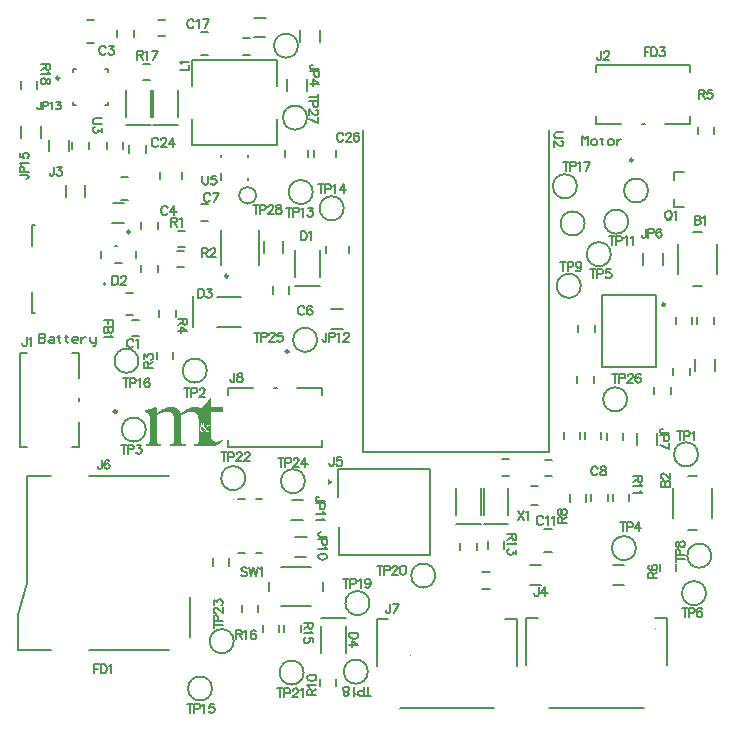
<source format=gto>
G04*
G04 #@! TF.GenerationSoftware,Altium Limited,Altium Designer,23.8.1 (32)*
G04*
G04 Layer_Color=65535*
%FSLAX44Y44*%
%MOMM*%
G71*
G04*
G04 #@! TF.SameCoordinates,271CB4FA-4F0A-43F9-8DEE-C87A6A24424C*
G04*
G04*
G04 #@! TF.FilePolarity,Positive*
G04*
G01*
G75*
%ADD10C,0.2500*%
%ADD11C,0.2000*%
%ADD12C,0.1000*%
%ADD13C,0.1270*%
G36*
X167902Y264349D02*
X168039D01*
Y264212D01*
X178579D01*
Y264075D01*
X178715D01*
Y260379D01*
X168313D01*
Y260242D01*
X167902D01*
Y239984D01*
X168039D01*
Y239026D01*
X168176D01*
Y238479D01*
X168313D01*
Y238068D01*
X168450D01*
Y237658D01*
X168587D01*
Y237384D01*
X168724D01*
Y237110D01*
X168860D01*
Y236836D01*
X168997D01*
Y236699D01*
X169134D01*
Y236562D01*
X169271D01*
Y236289D01*
X169408D01*
Y236152D01*
X169545D01*
Y236015D01*
X169818D01*
Y235878D01*
X169955D01*
Y235741D01*
X170092D01*
Y235604D01*
X170229D01*
Y235467D01*
X170503D01*
Y235331D01*
X170777D01*
Y235194D01*
X171187D01*
Y235057D01*
X171598D01*
Y234920D01*
X173788D01*
Y235057D01*
X174472D01*
Y235194D01*
X174883D01*
Y235331D01*
X175157D01*
Y235467D01*
X175567D01*
Y235604D01*
X175841D01*
Y235741D01*
X176115D01*
Y235878D01*
X176389D01*
Y236015D01*
X176525D01*
Y236152D01*
X176662D01*
Y236289D01*
X176936D01*
Y236426D01*
X177073D01*
Y236562D01*
X177210D01*
Y236699D01*
X177347D01*
Y236836D01*
X177484D01*
Y236973D01*
X177757D01*
Y236836D01*
X177894D01*
Y236699D01*
X178031D01*
Y236562D01*
X178168D01*
Y236426D01*
X178305D01*
Y236289D01*
X178442D01*
Y236152D01*
X178579D01*
Y235741D01*
X178442D01*
Y235604D01*
X178305D01*
Y235467D01*
X178168D01*
Y235331D01*
X178031D01*
Y235194D01*
X177894D01*
Y235057D01*
X177621D01*
Y234783D01*
X177347D01*
Y234646D01*
X177210D01*
Y234509D01*
X177073D01*
Y234373D01*
X176936D01*
Y234236D01*
X176799D01*
Y234099D01*
X176525D01*
Y233962D01*
X176389D01*
Y233825D01*
X176252D01*
Y233688D01*
X175978D01*
Y233551D01*
X175841D01*
Y233414D01*
X175704D01*
Y233277D01*
X175431D01*
Y233141D01*
X175294D01*
Y233004D01*
X175157D01*
Y232867D01*
X174883D01*
Y232730D01*
X174609D01*
Y232593D01*
X174335D01*
Y232456D01*
X174199D01*
Y232319D01*
X173925D01*
Y232183D01*
X173651D01*
Y232046D01*
X173377D01*
Y231909D01*
X172967D01*
Y231772D01*
X172556D01*
Y231635D01*
X172282D01*
Y231498D01*
X171872D01*
Y231361D01*
X171324D01*
Y231224D01*
X170092D01*
Y231087D01*
X167902D01*
Y231224D01*
X155173D01*
Y231087D01*
X154351D01*
Y231224D01*
X154214D01*
Y232867D01*
X155309D01*
Y233004D01*
X156268D01*
Y233141D01*
X156678D01*
Y233277D01*
X156952D01*
Y233414D01*
X157089D01*
Y233551D01*
X157226D01*
Y233688D01*
X157363D01*
Y233825D01*
X157500D01*
Y234099D01*
X157636D01*
Y234509D01*
X157773D01*
Y253672D01*
X157636D01*
Y254630D01*
X157500D01*
Y255452D01*
X157363D01*
Y255862D01*
X157226D01*
Y256547D01*
X157089D01*
Y256820D01*
X156952D01*
Y257231D01*
X156815D01*
Y257505D01*
X156678D01*
Y257642D01*
X156541D01*
Y257915D01*
X156405D01*
Y258189D01*
X156268D01*
Y258326D01*
X156131D01*
Y258463D01*
X155994D01*
Y258600D01*
X155857D01*
Y258874D01*
X155720D01*
Y259010D01*
X155446D01*
Y259147D01*
X155309D01*
Y259284D01*
X155173D01*
Y259421D01*
X155036D01*
Y259558D01*
X154762D01*
Y259695D01*
X154488D01*
Y259832D01*
X154078D01*
Y259968D01*
X153804D01*
Y260105D01*
X153393D01*
Y260242D01*
X152435D01*
Y260379D01*
X150656D01*
Y260242D01*
X149834D01*
Y260105D01*
X149287D01*
Y259968D01*
X148876D01*
Y259832D01*
X148329D01*
Y259695D01*
X147918D01*
Y259558D01*
X147508D01*
Y259421D01*
X147371D01*
Y259284D01*
X147097D01*
Y259147D01*
X146686D01*
Y259010D01*
X146412D01*
Y258874D01*
X146139D01*
Y258737D01*
X145865D01*
Y258600D01*
X145591D01*
Y258463D01*
X145317D01*
Y258326D01*
X145044D01*
Y258189D01*
X144770D01*
Y258052D01*
X144633D01*
Y257915D01*
X144359D01*
Y257778D01*
X144222D01*
Y257642D01*
X143812D01*
Y257505D01*
X143675D01*
Y257368D01*
X143538D01*
Y257231D01*
X143264D01*
Y257094D01*
X143127D01*
Y256957D01*
X142991D01*
Y256820D01*
X142854D01*
Y234646D01*
X142991D01*
Y234099D01*
X143127D01*
Y233962D01*
X143264D01*
Y233688D01*
X143401D01*
Y233551D01*
X143538D01*
Y233414D01*
X143812D01*
Y233277D01*
X144086D01*
Y233141D01*
X144496D01*
Y233004D01*
X145591D01*
Y232867D01*
X146549D01*
Y232730D01*
X146686D01*
Y231224D01*
X146549D01*
Y231087D01*
X144633D01*
Y231224D01*
X134641D01*
Y231087D01*
X133546D01*
Y232867D01*
X134778D01*
Y233004D01*
X135599D01*
Y233141D01*
X136010D01*
Y233277D01*
X136284D01*
Y233414D01*
X136420D01*
Y233551D01*
X136557D01*
Y233688D01*
X136694D01*
Y233962D01*
X136831D01*
Y234236D01*
X136968D01*
Y234509D01*
X137105D01*
Y253262D01*
X136968D01*
Y254357D01*
X136831D01*
Y255315D01*
X136694D01*
Y255862D01*
X136557D01*
Y256273D01*
X136420D01*
Y256684D01*
X136284D01*
Y256957D01*
X136147D01*
Y257368D01*
X136010D01*
Y257642D01*
X135873D01*
Y257915D01*
X135736D01*
Y258052D01*
X135599D01*
Y258326D01*
X135462D01*
Y258463D01*
X135325D01*
Y258600D01*
X135189D01*
Y258737D01*
X135052D01*
Y258874D01*
X134915D01*
Y259010D01*
X134778D01*
Y259147D01*
X134641D01*
Y259284D01*
X134504D01*
Y259421D01*
X134230D01*
Y259558D01*
X134094D01*
Y259695D01*
X133820D01*
Y259832D01*
X133409D01*
Y259968D01*
X132999D01*
Y260105D01*
X132725D01*
Y260242D01*
X132040D01*
Y260379D01*
X129987D01*
Y260242D01*
X129029D01*
Y260105D01*
X128618D01*
Y259968D01*
X128071D01*
Y259832D01*
X127660D01*
Y259695D01*
X127387D01*
Y259558D01*
X126839D01*
Y259421D01*
X126565D01*
Y259284D01*
X126292D01*
Y259147D01*
X126018D01*
Y259010D01*
X125744D01*
Y258874D01*
X125470D01*
Y258737D01*
X125197D01*
Y258600D01*
X124923D01*
Y258463D01*
X124649D01*
Y258326D01*
X124375D01*
Y258189D01*
X124102D01*
Y258052D01*
X123965D01*
Y257915D01*
X123691D01*
Y257778D01*
X123417D01*
Y257642D01*
X123143D01*
Y257505D01*
X123006D01*
Y257368D01*
X122733D01*
Y257231D01*
X122596D01*
Y257094D01*
X122459D01*
Y256957D01*
X122185D01*
Y234373D01*
X122322D01*
Y234099D01*
X122459D01*
Y233825D01*
X122596D01*
Y233688D01*
X122733D01*
Y233551D01*
X122870D01*
Y233414D01*
X123006D01*
Y233277D01*
X123280D01*
Y233141D01*
X123828D01*
Y233004D01*
X124649D01*
Y232867D01*
X125881D01*
Y231224D01*
X125744D01*
Y231087D01*
X123828D01*
Y231224D01*
X114109D01*
Y231087D01*
X113014D01*
Y232867D01*
X113836D01*
Y233004D01*
X114931D01*
Y233141D01*
X115204D01*
Y233277D01*
X115478D01*
Y233414D01*
X115752D01*
Y233551D01*
X115889D01*
Y233688D01*
X116026D01*
Y233962D01*
X116163D01*
Y234236D01*
X116300D01*
Y234920D01*
X116436D01*
Y255588D01*
X116300D01*
Y256684D01*
X116163D01*
Y257094D01*
X116026D01*
Y257642D01*
X115889D01*
Y257778D01*
X115752D01*
Y258052D01*
X115615D01*
Y258189D01*
X115478D01*
Y258326D01*
X115341D01*
Y258463D01*
X115204D01*
Y258600D01*
X115068D01*
Y258737D01*
X114931D01*
Y258874D01*
X114657D01*
Y259010D01*
X114520D01*
Y259147D01*
X114383D01*
Y259284D01*
X114109D01*
Y259421D01*
X113836D01*
Y259558D01*
X113562D01*
Y259695D01*
X113288D01*
Y259832D01*
X113014D01*
Y259968D01*
X112741D01*
Y260105D01*
X112604D01*
Y261200D01*
X112741D01*
Y261337D01*
X113014D01*
Y261474D01*
X113288D01*
Y261611D01*
X113836D01*
Y261748D01*
X114246D01*
Y261885D01*
X114657D01*
Y262022D01*
X115068D01*
Y262159D01*
X115615D01*
Y262295D01*
X115889D01*
Y262432D01*
X116436D01*
Y262569D01*
X116847D01*
Y262706D01*
X117258D01*
Y262843D01*
X117668D01*
Y262980D01*
X118079D01*
Y263117D01*
X118353D01*
Y263254D01*
X118900D01*
Y263391D01*
X119174D01*
Y263527D01*
X119585D01*
Y263664D01*
X119858D01*
Y263801D01*
X120269D01*
Y263938D01*
X120543D01*
Y264075D01*
X120953D01*
Y264212D01*
X121911D01*
Y264075D01*
X122048D01*
Y263664D01*
X122185D01*
Y259010D01*
X122596D01*
Y259147D01*
X122733D01*
Y259284D01*
X122870D01*
Y259421D01*
X123006D01*
Y259558D01*
X123280D01*
Y259695D01*
X123554D01*
Y259832D01*
X123691D01*
Y259968D01*
X123828D01*
Y260105D01*
X124102D01*
Y260242D01*
X124238D01*
Y260379D01*
X124512D01*
Y260516D01*
X124649D01*
Y260653D01*
X124923D01*
Y260790D01*
X125060D01*
Y260927D01*
X125197D01*
Y261063D01*
X125470D01*
Y261200D01*
X125744D01*
Y261337D01*
X125881D01*
Y261474D01*
X126155D01*
Y261611D01*
X126428D01*
Y261748D01*
X126565D01*
Y261885D01*
X126839D01*
Y262022D01*
X126976D01*
Y262159D01*
X127250D01*
Y262295D01*
X127523D01*
Y262432D01*
X127797D01*
Y262569D01*
X128071D01*
Y262706D01*
X128345D01*
Y262843D01*
X128618D01*
Y262980D01*
X128892D01*
Y263117D01*
X129166D01*
Y263254D01*
X129577D01*
Y263391D01*
X129987D01*
Y263527D01*
X130398D01*
Y263664D01*
X130672D01*
Y263801D01*
X131219D01*
Y263938D01*
X131903D01*
Y264075D01*
X132862D01*
Y264212D01*
X136284D01*
Y264075D01*
X137105D01*
Y263938D01*
X137789D01*
Y263801D01*
X138063D01*
Y263664D01*
X138474D01*
Y263527D01*
X138747D01*
Y263391D01*
X138884D01*
Y263254D01*
X139295D01*
Y263117D01*
X139432D01*
Y262980D01*
X139569D01*
Y262843D01*
X139842D01*
Y262706D01*
X139979D01*
Y262569D01*
X140116D01*
Y262432D01*
X140253D01*
Y262295D01*
X140390D01*
Y262159D01*
X140527D01*
Y262022D01*
X140664D01*
Y261885D01*
X140801D01*
Y261748D01*
X140938D01*
Y261611D01*
X141074D01*
Y261474D01*
X141211D01*
Y261200D01*
X141348D01*
Y261063D01*
X141485D01*
Y260790D01*
X141622D01*
Y260516D01*
X141759D01*
Y260242D01*
X141896D01*
Y259968D01*
X142032D01*
Y259695D01*
X142169D01*
Y259284D01*
X142306D01*
Y258874D01*
X142854D01*
Y259010D01*
X142991D01*
Y259147D01*
X143264D01*
Y259284D01*
X143401D01*
Y259421D01*
X143538D01*
Y259558D01*
X143812D01*
Y259695D01*
X144086D01*
Y259832D01*
X144222D01*
Y259968D01*
X144359D01*
Y260105D01*
X144633D01*
Y260242D01*
X144770D01*
Y260379D01*
X145044D01*
Y260516D01*
X145181D01*
Y260653D01*
X145454D01*
Y260790D01*
X145591D01*
Y260927D01*
X145728D01*
Y261063D01*
X146139D01*
Y261200D01*
X146276D01*
Y261337D01*
X146549D01*
Y261474D01*
X146686D01*
Y261611D01*
X146823D01*
Y261748D01*
X147097D01*
Y261885D01*
X147371D01*
Y262022D01*
X147508D01*
Y262159D01*
X147781D01*
Y262295D01*
X148055D01*
Y262432D01*
X148192D01*
Y262569D01*
X148603D01*
Y262706D01*
X148876D01*
Y262843D01*
X149150D01*
Y262980D01*
X149424D01*
Y263117D01*
X149698D01*
Y263254D01*
X149971D01*
Y263391D01*
X150382D01*
Y263527D01*
X150793D01*
Y263664D01*
X151203D01*
Y263801D01*
X151614D01*
Y263938D01*
X152298D01*
Y264075D01*
X153119D01*
Y264212D01*
X156541D01*
Y264075D01*
X157363D01*
Y263938D01*
X157910D01*
Y263801D01*
X158321D01*
Y263664D01*
X158595D01*
Y263527D01*
X158868D01*
Y263391D01*
X159142D01*
Y263254D01*
X159279D01*
Y263117D01*
X159690D01*
Y263254D01*
X159963D01*
Y263391D01*
X160100D01*
Y263527D01*
X160237D01*
Y263664D01*
X160374D01*
Y263801D01*
X160511D01*
Y263938D01*
X160785D01*
Y264075D01*
X160921D01*
Y264212D01*
X161058D01*
Y264349D01*
X161195D01*
Y264485D01*
X161469D01*
Y264622D01*
X161606D01*
Y264759D01*
X161743D01*
Y264896D01*
X161880D01*
Y265033D01*
X162017D01*
Y265170D01*
X162153D01*
Y265307D01*
X162290D01*
Y265444D01*
X162427D01*
Y265581D01*
X162564D01*
Y265717D01*
X162701D01*
Y265854D01*
X162838D01*
Y265991D01*
X162975D01*
Y266128D01*
X163112D01*
Y266265D01*
X163248D01*
Y266402D01*
X163385D01*
Y266675D01*
X163522D01*
Y266812D01*
X163659D01*
Y266949D01*
X163796D01*
Y267086D01*
X163933D01*
Y267223D01*
X164070D01*
Y267360D01*
X164207D01*
Y267497D01*
X164343D01*
Y267634D01*
X164480D01*
Y267907D01*
X164617D01*
Y268044D01*
X164754D01*
Y268181D01*
X164891D01*
Y268318D01*
X165028D01*
Y268592D01*
X165165D01*
Y268729D01*
X165302D01*
Y268866D01*
X165438D01*
Y269139D01*
X165575D01*
Y269276D01*
X165712D01*
Y269550D01*
X165849D01*
Y269824D01*
X165986D01*
Y269961D01*
X166123D01*
Y270098D01*
X166260D01*
Y270371D01*
X166397D01*
Y270508D01*
X166534D01*
Y270782D01*
X166670D01*
Y270919D01*
X166807D01*
Y271192D01*
X166944D01*
Y271329D01*
X167081D01*
Y271466D01*
X167218D01*
Y271603D01*
X167902D01*
Y264349D01*
D02*
G37*
G36*
X337940Y54367D02*
X338014D01*
Y54218D01*
X338089D01*
Y53995D01*
X338014D01*
Y53921D01*
X337940D01*
Y53846D01*
X337865D01*
Y53772D01*
X337791D01*
Y53697D01*
X337642D01*
Y53623D01*
X337567D01*
Y53548D01*
X337419D01*
Y53474D01*
X337270D01*
Y53400D01*
X337121D01*
Y53325D01*
X336823D01*
Y53400D01*
X336749D01*
Y53846D01*
X336823D01*
Y53995D01*
X336749D01*
Y54442D01*
X336823D01*
Y54516D01*
X336898D01*
Y54591D01*
X337046D01*
Y54665D01*
X337567D01*
Y54591D01*
X337716D01*
Y54516D01*
X337791D01*
Y54442D01*
X337940D01*
Y54367D01*
D02*
G37*
G36*
X267340Y203072D02*
X271739Y200532D01*
X267340Y197992D01*
Y203072D01*
D02*
G37*
G36*
X545017Y76787D02*
X545057D01*
Y76707D01*
X545098D01*
Y76586D01*
X545057D01*
Y76546D01*
X545017D01*
Y76506D01*
X544977D01*
Y76465D01*
X544937D01*
Y76425D01*
X544856D01*
Y76385D01*
X544816D01*
Y76345D01*
X544736D01*
Y76304D01*
X544655D01*
Y76264D01*
X544575D01*
Y76224D01*
X544414D01*
Y76264D01*
X544374D01*
Y76506D01*
X544414D01*
Y76586D01*
X544374D01*
Y76827D01*
X544414D01*
Y76868D01*
X544454D01*
Y76908D01*
X544535D01*
Y76948D01*
X544816D01*
Y76908D01*
X544897D01*
Y76868D01*
X544937D01*
Y76827D01*
X545017D01*
Y76787D01*
D02*
G37*
%LPC*%
G36*
X161606Y250935D02*
X160648D01*
Y250798D01*
X160237D01*
Y250661D01*
X160100D01*
Y250524D01*
X159963D01*
Y250387D01*
X159826D01*
Y250250D01*
X159690D01*
Y249977D01*
X159553D01*
Y249566D01*
X159416D01*
Y249018D01*
X159553D01*
Y248608D01*
X159690D01*
Y248334D01*
X159826D01*
Y248197D01*
X160100D01*
Y247650D01*
X159826D01*
Y247513D01*
X159553D01*
Y247376D01*
X159416D01*
Y247239D01*
X159279D01*
Y247102D01*
X159142D01*
Y246965D01*
X159005D01*
Y246828D01*
X158868D01*
Y246555D01*
X158731D01*
Y246281D01*
X158595D01*
Y244638D01*
X158731D01*
Y244364D01*
X158868D01*
Y244091D01*
X159005D01*
Y243954D01*
X159142D01*
Y243817D01*
X159279D01*
Y243680D01*
X159553D01*
Y243543D01*
X159690D01*
Y243406D01*
X159963D01*
Y243270D01*
X161469D01*
Y243406D01*
X161743D01*
Y243543D01*
X162017D01*
Y243680D01*
X162290D01*
Y243954D01*
X162427D01*
Y244091D01*
X162701D01*
Y244228D01*
X162838D01*
Y244364D01*
X162975D01*
Y244638D01*
X163112D01*
Y244775D01*
X163385D01*
Y244638D01*
X163522D01*
Y244364D01*
X163659D01*
Y244228D01*
X163796D01*
Y244091D01*
X163933D01*
Y243954D01*
X164070D01*
Y243817D01*
X164207D01*
Y243680D01*
X164343D01*
Y243406D01*
X164617D01*
Y243270D01*
X164891D01*
Y243133D01*
X165302D01*
Y242996D01*
X165986D01*
Y243133D01*
X166397D01*
Y243270D01*
X166670D01*
Y243406D01*
X166807D01*
Y243543D01*
X167081D01*
Y243680D01*
X167218D01*
Y243954D01*
X167355D01*
Y244091D01*
X167492D01*
Y244228D01*
X167355D01*
Y244364D01*
X167218D01*
Y244228D01*
X167081D01*
Y244091D01*
X166807D01*
Y243954D01*
X166534D01*
Y243817D01*
X165712D01*
Y243954D01*
X165438D01*
Y244091D01*
X165165D01*
Y244228D01*
X165028D01*
Y244364D01*
X164891D01*
Y244501D01*
X164754D01*
Y244638D01*
X164617D01*
Y244775D01*
X164480D01*
Y244912D01*
X164343D01*
Y245186D01*
X164207D01*
Y245460D01*
X164070D01*
Y245596D01*
X163933D01*
Y245733D01*
X164070D01*
Y245870D01*
X164207D01*
Y246007D01*
X164343D01*
Y246281D01*
X164480D01*
Y246418D01*
X164617D01*
Y246555D01*
X164754D01*
Y246691D01*
X164891D01*
Y246965D01*
X165028D01*
Y247102D01*
X165165D01*
Y247239D01*
X165302D01*
Y247513D01*
X165438D01*
Y247650D01*
X165575D01*
Y247786D01*
X165712D01*
Y248060D01*
X165849D01*
Y248197D01*
X165986D01*
Y248334D01*
X166397D01*
Y248471D01*
X167081D01*
Y248608D01*
X167355D01*
Y248881D01*
X167081D01*
Y249018D01*
X166944D01*
Y248881D01*
X164891D01*
Y249018D01*
X164754D01*
Y248881D01*
X164617D01*
Y248608D01*
X164754D01*
Y248471D01*
X165028D01*
Y248334D01*
X165165D01*
Y248060D01*
X165028D01*
Y247650D01*
X164891D01*
Y247513D01*
X164754D01*
Y247239D01*
X164617D01*
Y247102D01*
X164480D01*
Y246828D01*
X164343D01*
Y246691D01*
X164207D01*
Y246418D01*
X164070D01*
Y246281D01*
X163933D01*
Y246144D01*
X163796D01*
Y246007D01*
X163659D01*
Y246144D01*
X163522D01*
Y246281D01*
X163385D01*
Y246418D01*
X163248D01*
Y246555D01*
X163112D01*
Y246691D01*
X162975D01*
Y246965D01*
X162838D01*
Y247102D01*
X162701D01*
Y247239D01*
X162564D01*
Y247376D01*
X162427D01*
Y247513D01*
X162290D01*
Y247650D01*
X162153D01*
Y247786D01*
X162017D01*
Y247923D01*
X161743D01*
Y248334D01*
X162017D01*
Y248471D01*
X162153D01*
Y248608D01*
X162290D01*
Y248745D01*
X162427D01*
Y249018D01*
X162564D01*
Y249292D01*
X162701D01*
Y249977D01*
X162564D01*
Y250250D01*
X162427D01*
Y250387D01*
X162290D01*
Y250524D01*
X162153D01*
Y250661D01*
X162017D01*
Y250798D01*
X161606D01*
Y250935D01*
D02*
G37*
%LPD*%
G36*
X161332Y250387D02*
X161606D01*
Y250113D01*
X161743D01*
Y249977D01*
Y249840D01*
X161880D01*
Y249292D01*
X161743D01*
Y248881D01*
X161606D01*
Y248745D01*
X161469D01*
Y248471D01*
X161058D01*
Y248608D01*
X160785D01*
Y248745D01*
X160648D01*
Y249018D01*
X160511D01*
Y249155D01*
X160374D01*
Y249429D01*
X160237D01*
Y249977D01*
X160374D01*
Y250250D01*
X160511D01*
Y250387D01*
X160785D01*
Y250524D01*
X161332D01*
Y250387D01*
D02*
G37*
G36*
X160648Y247513D02*
X160785D01*
Y247376D01*
X160921D01*
Y247239D01*
X161058D01*
Y247102D01*
X161195D01*
Y246965D01*
X161332D01*
Y246828D01*
X161606D01*
Y246691D01*
Y246555D01*
X161743D01*
Y246418D01*
X162017D01*
Y246281D01*
X162153D01*
Y246144D01*
X162290D01*
Y246007D01*
X162427D01*
Y245870D01*
X162564D01*
Y245733D01*
X162701D01*
Y245596D01*
X162838D01*
Y245460D01*
X162975D01*
Y244912D01*
X162838D01*
Y244775D01*
X162701D01*
Y244638D01*
X162564D01*
Y244501D01*
X162290D01*
Y244364D01*
X162153D01*
Y244228D01*
X161606D01*
Y244091D01*
X160785D01*
Y244228D01*
X160511D01*
Y244364D01*
X160237D01*
Y244501D01*
X160100D01*
Y244638D01*
X159963D01*
Y244775D01*
X159826D01*
Y244912D01*
X159690D01*
Y245186D01*
X159553D01*
Y245596D01*
X159416D01*
Y246281D01*
X159553D01*
Y246691D01*
X159690D01*
Y246965D01*
X159963D01*
Y247102D01*
X160100D01*
Y247239D01*
X160237D01*
Y247513D01*
X160511D01*
Y247650D01*
X160648D01*
Y247513D01*
D02*
G37*
D10*
X233937Y311218D02*
G03*
X233937Y311218I-1250J0D01*
G01*
X39793Y542696D02*
G03*
X39793Y542696I-1250J0D01*
G01*
X99634Y412491D02*
G03*
X99634Y412491I-1250J0D01*
G01*
X525481Y473360D02*
G03*
X525481Y473360I-1250J0D01*
G01*
X182829Y375128D02*
G03*
X182829Y375128I-1250J0D01*
G01*
X88491Y260393D02*
G03*
X88491Y260393I-1250J0D01*
G01*
X552470Y350873D02*
G03*
X552470Y350873I-1250J0D01*
G01*
D11*
X78991Y368226D02*
G03*
X78991Y368226I-1000J0D01*
G01*
X521462Y421145D02*
G03*
X521462Y421145I-10160J0D01*
G01*
X587336Y106640D02*
G03*
X587336Y106640I-10160J0D01*
G01*
X580619Y224135D02*
G03*
X580619Y224135I-10160J0D01*
G01*
X164642Y295063D02*
G03*
X164642Y295063I-10160J0D01*
G01*
X528045Y144790D02*
G03*
X528045Y144790I-10160J0D01*
G01*
X506737Y393665D02*
G03*
X506737Y393665I-10160J0D01*
G01*
X591820Y138374D02*
G03*
X591820Y138374I-10160J0D01*
G01*
X481330Y366839D02*
G03*
X481330Y366839I-10160J0D01*
G01*
X538306Y447524D02*
G03*
X538306Y447524I-10160J0D01*
G01*
X484585Y419671D02*
G03*
X484585Y419671I-10160J0D01*
G01*
X254357Y446267D02*
G03*
X254357Y446267I-10160J0D01*
G01*
X280577Y432504D02*
G03*
X280577Y432504I-10160J0D01*
G01*
X169118Y25919D02*
G03*
X169118Y25919I-10160J0D01*
G01*
X106874Y303366D02*
G03*
X106874Y303366I-10160J0D01*
G01*
X478023Y451154D02*
G03*
X478023Y451154I-10160J0D01*
G01*
X300977Y40154D02*
G03*
X300977Y40154I-10160J0D01*
G01*
X302372Y98270D02*
G03*
X302372Y98270I-10160J0D01*
G01*
X358040Y121531D02*
G03*
X358040Y121531I-10160J0D01*
G01*
X246662Y39375D02*
G03*
X246662Y39375I-10160J0D01*
G01*
X197228Y204028D02*
G03*
X197228Y204028I-10160J0D01*
G01*
X187489Y65972D02*
G03*
X187489Y65972I-10160J0D01*
G01*
X247734Y201399D02*
G03*
X247734Y201399I-10160J0D01*
G01*
X258061Y321179D02*
G03*
X258061Y321179I-10160J0D01*
G01*
X520561Y270734D02*
G03*
X520561Y270734I-10160J0D01*
G01*
X249551Y509250D02*
G03*
X249551Y509250I-10160J0D01*
G01*
X206379Y443488D02*
G03*
X206379Y443488I-7112J0D01*
G01*
X113038Y245110D02*
G03*
X113038Y245110I-10160J0D01*
G01*
X241918Y570128D02*
G03*
X241918Y570128I-10160J0D01*
G01*
D12*
X187829Y186050D02*
G03*
X187829Y186050I-500J0D01*
G01*
D13*
X5082Y88515D02*
X12065Y115516D01*
X5065Y58516D02*
Y88516D01*
X12065Y115516D02*
Y205516D01*
X64565D02*
X132565D01*
X64565Y58516D02*
X132565D01*
X150065Y69516D02*
Y103016D01*
X12065Y205516D02*
X32565D01*
X5065Y58516D02*
X32565D01*
X182937Y230469D02*
X262437D01*
X182937Y274219D02*
Y280469D01*
Y230469D02*
Y236719D01*
X241437Y280469D02*
X262437D01*
X221437D02*
X223937D01*
X182937D02*
X203937D01*
X262437Y274219D02*
Y280469D01*
Y230469D02*
Y236719D01*
X414527Y205993D02*
X420623D01*
X414527Y219963D02*
X420623D01*
X435007Y85648D02*
X445007D01*
X544007D02*
X554007D01*
Y45648D02*
Y85648D01*
X435007Y45648D02*
Y85648D01*
X454507Y9648D02*
X534507D01*
X327881Y9082D02*
X407881D01*
X308381Y45082D02*
Y85082D01*
X427381Y45082D02*
Y85082D01*
X417381D02*
X427381D01*
X308381D02*
X318381D01*
X297091Y225786D02*
X454571D01*
X297091D02*
Y499136D01*
X454571Y225786D02*
Y499136D01*
X78604Y520196D02*
X81104D01*
Y522696D01*
X78604Y550196D02*
X81104D01*
Y547696D02*
Y550196D01*
X51104Y520196D02*
X53604D01*
X51104D02*
Y522696D01*
Y550196D02*
X53604D01*
X51104Y547696D02*
Y550196D01*
X16491Y418726D02*
X19291D01*
X16491Y343726D02*
Y361776D01*
Y400676D02*
Y418726D01*
Y343726D02*
X19291D01*
X124379Y340678D02*
Y346774D01*
X138349Y340678D02*
Y346774D01*
X105134Y390741D02*
Y396241D01*
X87384Y386491D02*
X92884D01*
X75134Y390741D02*
Y396241D01*
X87384Y400491D02*
X88884D01*
X498659Y236982D02*
Y243078D01*
X484689Y236982D02*
Y243078D01*
X109333Y414709D02*
Y420805D01*
X123303Y414709D02*
Y420805D01*
X561975Y125232D02*
Y131328D01*
X548005Y125232D02*
Y131328D01*
X393222Y143002D02*
Y149098D01*
X379252Y143002D02*
Y149098D01*
X416561Y144334D02*
Y150430D01*
X402590Y144334D02*
Y150430D01*
X62911Y572809D02*
X69007D01*
X62911Y592113D02*
X69007D01*
X88944Y577602D02*
Y583698D01*
X102914Y577602D02*
Y583698D01*
X123554Y592021D02*
X129650D01*
X123554Y578051D02*
X129650D01*
X576180Y412700D02*
X583800D01*
X576180Y366980D02*
X583800D01*
X596500Y377140D02*
Y402540D01*
X563480Y377140D02*
Y402540D01*
X494482Y547860D02*
Y554110D01*
Y504110D02*
Y510360D01*
X552981Y504110D02*
X573982D01*
X532981D02*
X535481D01*
X494482D02*
X515481D01*
X573982Y547860D02*
Y554110D01*
Y504110D02*
Y510360D01*
X494482Y554110D02*
X573982D01*
X560257Y463441D02*
X569007D01*
X560257Y433441D02*
Y440691D01*
Y456191D02*
Y463441D01*
Y433441D02*
X569007D01*
X176579Y384128D02*
Y414128D01*
X209079Y384128D02*
Y414128D01*
X6492Y230643D02*
X12742D01*
X50241D02*
X56491D01*
Y289143D02*
Y310143D01*
Y269143D02*
Y271643D01*
Y230643D02*
Y251643D01*
X6492Y310143D02*
X12742D01*
X50241D02*
X56491D01*
X6492Y230643D02*
Y310143D01*
X173664Y357170D02*
X193664D01*
X173664Y332170D02*
X193664D01*
X153184Y331970D02*
Y358640D01*
X212759Y394824D02*
Y404824D01*
X229522Y394730D02*
Y404730D01*
X204343Y577137D02*
X214343D01*
X204437Y593901D02*
X214437D01*
X260417Y573359D02*
Y583359D01*
X243653Y573453D02*
Y583453D01*
X232767Y531780D02*
Y541780D01*
X249531Y531686D02*
Y541686D01*
X595122Y294826D02*
Y304826D01*
X578358Y294920D02*
Y304920D01*
X551057Y384665D02*
Y394665D01*
X534293Y384759D02*
Y394759D01*
X545977Y231902D02*
Y241902D01*
X529213Y231996D02*
Y241996D01*
X508309Y130664D02*
X518309D01*
X508215Y113900D02*
X518215D01*
X438020Y130664D02*
X448020D01*
X437926Y113900D02*
X447926D01*
X239180Y154432D02*
X249180D01*
X239086Y137668D02*
X249086D01*
X236332Y168326D02*
X246332D01*
X236426Y185090D02*
X246426D01*
X269973Y346956D02*
X279973D01*
X269879Y330192D02*
X279879D01*
X24541Y492291D02*
Y502291D01*
X7776Y492385D02*
Y502385D01*
X84775Y419943D02*
X94775D01*
X84869Y436707D02*
X94869D01*
X101228Y338082D02*
X107324D01*
X101228Y324112D02*
X107324D01*
X109150Y378505D02*
Y384601D01*
X123120Y378505D02*
Y384601D01*
X234469Y360214D02*
Y366310D01*
X220499Y360214D02*
Y366310D01*
X159483Y421890D02*
X165579D01*
X159483Y435860D02*
X165579D01*
X284699Y394496D02*
Y400592D01*
X265394Y394496D02*
Y400592D01*
X450464Y160544D02*
X456560D01*
X450464Y141240D02*
X456560D01*
X450773Y205669D02*
X456869D01*
X450773Y219639D02*
X456869D01*
X212144Y73917D02*
Y80013D01*
X226114Y73917D02*
Y80013D01*
X169594Y129925D02*
Y136021D01*
X183564Y129925D02*
Y136021D01*
X159483Y581802D02*
X165579D01*
X159483Y562498D02*
X165579D01*
X91912Y439408D02*
X98008D01*
X91912Y458712D02*
X98008D01*
X260256Y374183D02*
Y396783D01*
X239156Y374183D02*
Y396783D01*
Y366687D02*
X260256D01*
X261540Y55865D02*
Y78465D01*
X282640Y55865D02*
Y78465D01*
X261540Y85961D02*
X282640D01*
X399025Y165349D02*
X420126D01*
X399025Y172845D02*
Y195445D01*
X420126Y172845D02*
Y195445D01*
X396859Y172749D02*
Y195349D01*
X375759Y172749D02*
Y195349D01*
Y165253D02*
X396859D01*
X117442Y510096D02*
Y532696D01*
X96342Y510096D02*
Y532696D01*
Y502600D02*
X117442D01*
X140504Y510096D02*
Y532696D01*
X119403Y510096D02*
Y532696D01*
Y502600D02*
X140504D01*
X96363Y341734D02*
X102459D01*
X96363Y361038D02*
X102459D01*
X276179Y187832D02*
Y211383D01*
X276860Y138882D02*
Y162432D01*
Y138882D02*
X353741D01*
Y211383D01*
X276179D02*
X353741D01*
X152150Y557760D02*
X224150D01*
X152150Y535760D02*
Y557760D01*
X224150Y535760D02*
Y557760D01*
Y485760D02*
Y507760D01*
X152150Y485760D02*
Y507760D01*
Y485760D02*
X224150D01*
X30870Y480680D02*
Y490680D01*
X47634Y480586D02*
Y490586D01*
X231148Y475768D02*
Y481864D01*
X250452Y475768D02*
Y481864D01*
X205979Y141050D02*
X211329D01*
X191329D02*
X196679D01*
X205979Y186050D02*
X211329D01*
X191329D02*
X196679D01*
X195487Y576595D02*
X201583D01*
X195487Y562625D02*
X201583D01*
X244415Y73917D02*
Y80013D01*
X230445Y73917D02*
Y80013D01*
X274325Y28090D02*
Y34186D01*
X260355Y28090D02*
Y34186D01*
X398027Y110547D02*
X404123D01*
X398027Y124517D02*
X404123D01*
X438821Y181282D02*
X445321D01*
X438821Y197282D02*
X445321D01*
X508597Y184639D02*
Y190735D01*
X522567Y184639D02*
Y190735D01*
X504032Y184639D02*
Y190735D01*
X490062Y184639D02*
Y190735D01*
X466725Y236982D02*
Y243078D01*
X480695Y236982D02*
Y243078D01*
X517386Y236220D02*
Y242316D01*
X503416Y236220D02*
Y242316D01*
X492125Y284440D02*
Y290536D01*
X478155Y284440D02*
Y290536D01*
X557346Y275092D02*
Y281188D01*
X543376Y275092D02*
Y281188D01*
X573685Y291592D02*
Y297688D01*
X559715Y291592D02*
Y297688D01*
X479229Y327925D02*
Y334021D01*
X493199Y327925D02*
Y334021D01*
X575540Y334575D02*
Y340671D01*
X561570Y334575D02*
Y340671D01*
X593725Y334575D02*
Y340671D01*
X579755Y334575D02*
Y340671D01*
X498970Y297873D02*
Y359373D01*
Y297873D02*
X544970D01*
Y359373D01*
X498970D02*
X544970D01*
X580216Y495582D02*
Y501678D01*
X594186Y495582D02*
Y501678D01*
X122299Y304631D02*
Y310727D01*
X136269Y304631D02*
Y310727D01*
X61944Y441864D02*
Y451864D01*
X45180Y441958D02*
Y451958D01*
X139702Y396747D02*
X145798D01*
X139702Y382777D02*
X145798D01*
X199650Y456102D02*
Y457852D01*
Y475852D02*
Y477602D01*
X176650Y475852D02*
Y477602D01*
Y456102D02*
Y462602D01*
X99157Y479709D02*
Y485805D01*
X113127Y479709D02*
Y485805D01*
X144042Y457504D02*
Y463600D01*
X124738Y457504D02*
Y463600D01*
X80028Y482487D02*
Y488583D01*
X93998Y482487D02*
Y488583D01*
X50906Y482804D02*
Y488900D01*
X64876Y482804D02*
Y488900D01*
X140202Y413300D02*
X146298D01*
X140202Y399330D02*
X146298D01*
X21310Y533787D02*
Y539883D01*
X7340Y533787D02*
Y539883D01*
X110395Y540711D02*
X116491D01*
X110395Y554681D02*
X116491D01*
X194364Y90917D02*
Y97013D01*
X208334Y90917D02*
Y97013D01*
X227179Y96022D02*
X252579D01*
X227179Y129042D02*
X252579D01*
X262739Y108722D02*
Y116342D01*
X217019Y108722D02*
Y116342D01*
X255084Y475958D02*
Y482054D01*
X274389Y475958D02*
Y482054D01*
X472135Y184234D02*
Y190330D01*
X486105Y184234D02*
Y190330D01*
X572180Y206138D02*
X579800D01*
X572180Y160418D02*
X579800D01*
X592500Y170578D02*
Y195978D01*
X559480Y170578D02*
Y195978D01*
X536554Y415369D02*
Y409565D01*
X536192Y408476D01*
X535829Y408114D01*
X535103Y407751D01*
X534378D01*
X533652Y408114D01*
X533289Y408476D01*
X532927Y409565D01*
Y410290D01*
X538513Y411379D02*
X541778D01*
X542867Y411741D01*
X543229Y412104D01*
X543592Y412830D01*
Y413918D01*
X543229Y414644D01*
X542867Y415006D01*
X541778Y415369D01*
X538513D01*
Y407751D01*
X549651Y414281D02*
X549288Y415006D01*
X548200Y415369D01*
X547474D01*
X546386Y415006D01*
X545660Y413918D01*
X545297Y412104D01*
Y410290D01*
X545660Y408839D01*
X546386Y408114D01*
X547474Y407751D01*
X547837D01*
X548925Y408114D01*
X549651Y408839D01*
X550014Y409927D01*
Y410290D01*
X549651Y411379D01*
X548925Y412104D01*
X547837Y412467D01*
X547474D01*
X546386Y412104D01*
X545660Y411379D01*
X545297Y410290D01*
X105624Y565922D02*
Y558303D01*
Y565922D02*
X108889D01*
X109977Y565559D01*
X110340Y565196D01*
X110702Y564471D01*
Y563745D01*
X110340Y563019D01*
X109977Y562657D01*
X108889Y562294D01*
X105624D01*
X108163D02*
X110702Y558303D01*
X112408Y564471D02*
X113133Y564833D01*
X114221Y565922D01*
Y558303D01*
X123073Y565922D02*
X119446Y558303D01*
X117994Y565922D02*
X123073D01*
X160837Y460162D02*
Y454720D01*
X161199Y453632D01*
X161925Y452906D01*
X163013Y452543D01*
X163739D01*
X164827Y452906D01*
X165553Y453632D01*
X165916Y454720D01*
Y460162D01*
X172373D02*
X168745D01*
X168382Y456897D01*
X168745Y457259D01*
X169834Y457622D01*
X170922D01*
X172010Y457259D01*
X172736Y456534D01*
X173099Y455445D01*
Y454720D01*
X172736Y453632D01*
X172010Y452906D01*
X170922Y452543D01*
X169834D01*
X168745Y452906D01*
X168382Y453269D01*
X168020Y453994D01*
X555792Y242173D02*
X549987D01*
X548899Y242536D01*
X548536Y242899D01*
X548173Y243624D01*
Y244350D01*
X548536Y245075D01*
X548899Y245438D01*
X549987Y245801D01*
X550713D01*
X551801Y240214D02*
Y236949D01*
X552164Y235861D01*
X552527Y235498D01*
X553252Y235135D01*
X554341D01*
X555066Y235498D01*
X555429Y235861D01*
X555792Y236949D01*
Y240214D01*
X548173D01*
X555792Y228351D02*
X548173Y231979D01*
X555792Y233430D02*
Y228351D01*
X131495Y432591D02*
X131132Y433316D01*
X130407Y434042D01*
X129681Y434404D01*
X128230D01*
X127505Y434042D01*
X126779Y433316D01*
X126416Y432591D01*
X126053Y431502D01*
Y429688D01*
X126416Y428600D01*
X126779Y427874D01*
X127505Y427149D01*
X128230Y426786D01*
X129681D01*
X130407Y427149D01*
X131132Y427874D01*
X131495Y428600D01*
X137263Y434404D02*
X133636Y429326D01*
X139077D01*
X137263Y434404D02*
Y426786D01*
X35201Y467588D02*
Y461783D01*
X34838Y460695D01*
X34475Y460332D01*
X33749Y459969D01*
X33024D01*
X32298Y460332D01*
X31936Y460695D01*
X31573Y461783D01*
Y462509D01*
X37885Y467588D02*
X41876D01*
X39699Y464685D01*
X40787D01*
X41513Y464323D01*
X41876Y463960D01*
X42238Y462871D01*
Y462146D01*
X41876Y461058D01*
X41150Y460332D01*
X40062Y459969D01*
X38974D01*
X37885Y460332D01*
X37522Y460695D01*
X37160Y461420D01*
X495652Y212110D02*
X495289Y212835D01*
X494563Y213561D01*
X493838Y213924D01*
X492387D01*
X491661Y213561D01*
X490935Y212835D01*
X490573Y212110D01*
X490210Y211021D01*
Y209208D01*
X490573Y208119D01*
X490935Y207394D01*
X491661Y206668D01*
X492387Y206305D01*
X493838D01*
X494563Y206668D01*
X495289Y207394D01*
X495652Y208119D01*
X499606Y213924D02*
X498517Y213561D01*
X498155Y212835D01*
Y212110D01*
X498517Y211384D01*
X499243Y211021D01*
X500694Y210659D01*
X501782Y210296D01*
X502508Y209570D01*
X502871Y208845D01*
Y207757D01*
X502508Y207031D01*
X502145Y206668D01*
X501057Y206305D01*
X499606D01*
X498517Y206668D01*
X498155Y207031D01*
X497792Y207757D01*
Y208845D01*
X498155Y209570D01*
X498880Y210296D01*
X499969Y210659D01*
X501420Y211021D01*
X502145Y211384D01*
X502508Y212110D01*
Y212835D01*
X502145Y213561D01*
X501057Y213924D01*
X499606D01*
X207102Y327297D02*
Y319679D01*
X204562Y327297D02*
X209641D01*
X210548Y323307D02*
X213813D01*
X214902Y323669D01*
X215264Y324032D01*
X215627Y324758D01*
Y325846D01*
X215264Y326572D01*
X214902Y326934D01*
X213813Y327297D01*
X210548D01*
Y319679D01*
X217695Y325483D02*
Y325846D01*
X218058Y326572D01*
X218420Y326934D01*
X219146Y327297D01*
X220597D01*
X221323Y326934D01*
X221686Y326572D01*
X222048Y325846D01*
Y325120D01*
X221686Y324395D01*
X220960Y323307D01*
X217332Y319679D01*
X222411D01*
X228469Y327297D02*
X224842D01*
X224479Y324032D01*
X224842Y324395D01*
X225930Y324758D01*
X227018D01*
X228107Y324395D01*
X228832Y323669D01*
X229195Y322581D01*
Y321855D01*
X228832Y320767D01*
X228107Y320042D01*
X227018Y319679D01*
X225930D01*
X224842Y320042D01*
X224479Y320404D01*
X224116Y321130D01*
X569336Y94052D02*
Y86433D01*
X566797Y94052D02*
X571876D01*
X572783Y90061D02*
X576048D01*
X577136Y90424D01*
X577499Y90787D01*
X577862Y91512D01*
Y92600D01*
X577499Y93326D01*
X577136Y93689D01*
X576048Y94052D01*
X572783D01*
Y86433D01*
X583920Y92963D02*
X583557Y93689D01*
X582469Y94052D01*
X581744D01*
X580655Y93689D01*
X579930Y92600D01*
X579567Y90787D01*
Y88973D01*
X579930Y87521D01*
X580655Y86796D01*
X581744Y86433D01*
X582106D01*
X583195Y86796D01*
X583920Y87521D01*
X584283Y88610D01*
Y88973D01*
X583920Y90061D01*
X583195Y90787D01*
X582106Y91149D01*
X581744D01*
X580655Y90787D01*
X579930Y90061D01*
X579567Y88973D01*
X84793Y375329D02*
Y367711D01*
Y375329D02*
X87333D01*
X88421Y374967D01*
X89147Y374241D01*
X89509Y373516D01*
X89872Y372427D01*
Y370613D01*
X89509Y369525D01*
X89147Y368799D01*
X88421Y368074D01*
X87333Y367711D01*
X84793D01*
X91940Y373516D02*
Y373878D01*
X92303Y374604D01*
X92666Y374967D01*
X93391Y375329D01*
X94842D01*
X95568Y374967D01*
X95931Y374604D01*
X96293Y373878D01*
Y373153D01*
X95931Y372427D01*
X95205Y371339D01*
X91577Y367711D01*
X96656D01*
X153768Y590645D02*
X153405Y591371D01*
X152679Y592096D01*
X151954Y592459D01*
X150503D01*
X149777Y592096D01*
X149051Y591371D01*
X148689Y590645D01*
X148326Y589557D01*
Y587743D01*
X148689Y586655D01*
X149051Y585929D01*
X149777Y585204D01*
X150503Y584841D01*
X151954D01*
X152679Y585204D01*
X153405Y585929D01*
X153768Y586655D01*
X155908Y591008D02*
X156634Y591371D01*
X157722Y592459D01*
Y584841D01*
X166574Y592459D02*
X162946Y584841D01*
X161495Y592459D02*
X166574D01*
X301056Y19943D02*
Y27561D01*
X303596Y19943D02*
X298517D01*
X297610Y23933D02*
X294345D01*
X293256Y23570D01*
X292894Y23208D01*
X292531Y22482D01*
Y21394D01*
X292894Y20668D01*
X293256Y20305D01*
X294345Y19943D01*
X297610D01*
Y27561D01*
X290826Y21394D02*
X290100Y21031D01*
X289012Y19943D01*
Y27561D01*
X283425Y19943D02*
X284513Y20305D01*
X284876Y21031D01*
Y21756D01*
X284513Y22482D01*
X283788Y22845D01*
X282337Y23208D01*
X281248Y23570D01*
X280523Y24296D01*
X280160Y25022D01*
Y26110D01*
X280523Y26835D01*
X280886Y27198D01*
X281974Y27561D01*
X283425D01*
X284513Y27198D01*
X284876Y26835D01*
X285239Y26110D01*
Y25022D01*
X284876Y24296D01*
X284151Y23570D01*
X283062Y23208D01*
X281611Y22845D01*
X280886Y22482D01*
X280523Y21756D01*
Y21031D01*
X280886Y20305D01*
X281974Y19943D01*
X283425D01*
X259667Y550457D02*
X253863D01*
X252775Y550820D01*
X252412Y551183D01*
X252049Y551908D01*
Y552634D01*
X252412Y553359D01*
X252775Y553722D01*
X253863Y554085D01*
X254589D01*
X255677Y548498D02*
Y545233D01*
X256040Y544145D01*
X256402Y543782D01*
X257128Y543419D01*
X258216D01*
X258942Y543782D01*
X259305Y544145D01*
X259667Y545233D01*
Y548498D01*
X252049D01*
X259667Y538086D02*
X254589Y541714D01*
Y536272D01*
X259667Y538086D02*
X252049D01*
X549222Y196508D02*
X556840D01*
X549222D02*
Y199773D01*
X549584Y200861D01*
X549947Y201224D01*
X550673Y201587D01*
X551398D01*
X552124Y201224D01*
X552487Y200861D01*
X552849Y199773D01*
Y196508D02*
Y199773D01*
X553212Y200861D01*
X553575Y201224D01*
X554300Y201587D01*
X555389D01*
X556114Y201224D01*
X556477Y200861D01*
X556840Y199773D01*
Y196508D01*
X551035Y203655D02*
X550673D01*
X549947Y204017D01*
X549584Y204380D01*
X549222Y205106D01*
Y206557D01*
X549584Y207282D01*
X549947Y207645D01*
X550673Y208008D01*
X551398D01*
X552124Y207645D01*
X553212Y206920D01*
X556840Y203292D01*
Y208371D01*
X244097Y413036D02*
Y405418D01*
Y413036D02*
X246637D01*
X247725Y412674D01*
X248451Y411948D01*
X248813Y411223D01*
X249176Y410134D01*
Y408320D01*
X248813Y407232D01*
X248451Y406507D01*
X247725Y405781D01*
X246637Y405418D01*
X244097D01*
X250881Y411585D02*
X251607Y411948D01*
X252695Y413036D01*
Y405418D01*
X311272Y129814D02*
Y122196D01*
X308732Y129814D02*
X313811D01*
X314718Y125824D02*
X317983D01*
X319072Y126186D01*
X319434Y126549D01*
X319797Y127275D01*
Y128363D01*
X319434Y129089D01*
X319072Y129451D01*
X317983Y129814D01*
X314718D01*
Y122196D01*
X321865Y128000D02*
Y128363D01*
X322228Y129089D01*
X322591Y129451D01*
X323316Y129814D01*
X324767D01*
X325493Y129451D01*
X325856Y129089D01*
X326218Y128363D01*
Y127638D01*
X325856Y126912D01*
X325130Y125824D01*
X321502Y122196D01*
X326581D01*
X330463Y129814D02*
X329375Y129451D01*
X328649Y128363D01*
X328286Y126549D01*
Y125461D01*
X328649Y123647D01*
X329375Y122559D01*
X330463Y122196D01*
X331189D01*
X332277Y122559D01*
X333002Y123647D01*
X333365Y125461D01*
Y126549D01*
X333002Y128363D01*
X332277Y129451D01*
X331189Y129814D01*
X330463D01*
X554735Y430581D02*
X554010Y430218D01*
X553284Y429492D01*
X552921Y428767D01*
X552559Y427678D01*
Y425864D01*
X552921Y424776D01*
X553284Y424051D01*
X554010Y423325D01*
X554735Y422962D01*
X556186D01*
X556912Y423325D01*
X557638Y424051D01*
X558000Y424776D01*
X558363Y425864D01*
Y427678D01*
X558000Y428767D01*
X557638Y429492D01*
X556912Y430218D01*
X556186Y430581D01*
X554735D01*
X555824Y424413D02*
X558000Y422237D01*
X560141Y429129D02*
X560866Y429492D01*
X561955Y430581D01*
Y422962D01*
X189499Y75299D02*
Y67681D01*
Y75299D02*
X192764D01*
X193852Y74937D01*
X194215Y74574D01*
X194578Y73848D01*
Y73123D01*
X194215Y72397D01*
X193852Y72034D01*
X192764Y71672D01*
X189499D01*
X192038D02*
X194578Y67681D01*
X196283Y73848D02*
X197008Y74211D01*
X198097Y75299D01*
Y67681D01*
X206223Y74211D02*
X205860Y74937D01*
X204772Y75299D01*
X204046D01*
X202958Y74937D01*
X202232Y73848D01*
X201870Y72034D01*
Y70220D01*
X202232Y68769D01*
X202958Y68044D01*
X204046Y67681D01*
X204409D01*
X205497Y68044D01*
X206223Y68769D01*
X206586Y69858D01*
Y70220D01*
X206223Y71309D01*
X205497Y72034D01*
X204409Y72397D01*
X204046D01*
X202958Y72034D01*
X202232Y71309D01*
X201870Y70220D01*
X466644Y387044D02*
Y379426D01*
X464105Y387044D02*
X469184D01*
X470091Y383053D02*
X473356D01*
X474444Y383416D01*
X474807Y383779D01*
X475169Y384505D01*
Y385593D01*
X474807Y386318D01*
X474444Y386681D01*
X473356Y387044D01*
X470091D01*
Y379426D01*
X481591Y384505D02*
X481228Y383416D01*
X480502Y382691D01*
X479414Y382328D01*
X479051D01*
X477963Y382691D01*
X477237Y383416D01*
X476875Y384505D01*
Y384867D01*
X477237Y385956D01*
X477963Y386681D01*
X479051Y387044D01*
X479414D01*
X480502Y386681D01*
X481228Y385956D01*
X481591Y384505D01*
Y382691D01*
X481228Y380877D01*
X480502Y379788D01*
X479414Y379426D01*
X478689D01*
X477600Y379788D01*
X477237Y380514D01*
X79126Y568203D02*
X78763Y568928D01*
X78038Y569654D01*
X77312Y570017D01*
X75861D01*
X75136Y569654D01*
X74410Y568928D01*
X74047Y568203D01*
X73685Y567114D01*
Y565300D01*
X74047Y564212D01*
X74410Y563487D01*
X75136Y562761D01*
X75861Y562398D01*
X77312D01*
X78038Y562761D01*
X78763Y563487D01*
X79126Y564212D01*
X81992Y570017D02*
X85983D01*
X83806Y567114D01*
X84895D01*
X85620Y566752D01*
X85983Y566389D01*
X86346Y565300D01*
Y564575D01*
X85983Y563487D01*
X85257Y562761D01*
X84169Y562398D01*
X83081D01*
X81992Y562761D01*
X81629Y563124D01*
X81267Y563849D01*
X492035Y380950D02*
Y373331D01*
X489496Y380950D02*
X494575D01*
X495481Y376959D02*
X498746D01*
X499835Y377322D01*
X500198Y377685D01*
X500560Y378410D01*
Y379498D01*
X500198Y380224D01*
X499835Y380587D01*
X498746Y380950D01*
X495481D01*
Y373331D01*
X506619Y380950D02*
X502991D01*
X502628Y377685D01*
X502991Y378047D01*
X504079Y378410D01*
X505168D01*
X506256Y378047D01*
X506982Y377322D01*
X507344Y376233D01*
Y375508D01*
X506982Y374420D01*
X506256Y373694D01*
X505168Y373331D01*
X504079D01*
X502991Y373694D01*
X502628Y374057D01*
X502265Y374782D01*
X426832Y156550D02*
X419214D01*
X426832D02*
Y153285D01*
X426469Y152197D01*
X426107Y151834D01*
X425381Y151471D01*
X424656D01*
X423930Y151834D01*
X423567Y152197D01*
X423204Y153285D01*
Y156550D01*
Y154011D02*
X419214Y151471D01*
X425381Y149766D02*
X425744Y149041D01*
X426832Y147952D01*
X419214D01*
X426832Y143454D02*
Y139463D01*
X423930Y141640D01*
Y140552D01*
X423567Y139826D01*
X423204Y139463D01*
X422116Y139101D01*
X421391D01*
X420302Y139463D01*
X419577Y140189D01*
X419214Y141277D01*
Y142366D01*
X419577Y143454D01*
X419939Y143817D01*
X420665Y144179D01*
X282881Y118801D02*
Y111183D01*
X280341Y118801D02*
X285420D01*
X286327Y114811D02*
X289592D01*
X290681Y115173D01*
X291043Y115536D01*
X291406Y116262D01*
Y117350D01*
X291043Y118076D01*
X290681Y118438D01*
X289592Y118801D01*
X286327D01*
Y111183D01*
X293111Y117350D02*
X293837Y117713D01*
X294925Y118801D01*
Y111183D01*
X303414Y116262D02*
X303051Y115173D01*
X302326Y114448D01*
X301238Y114085D01*
X300875D01*
X299786Y114448D01*
X299061Y115173D01*
X298698Y116262D01*
Y116624D01*
X299061Y117713D01*
X299786Y118438D01*
X300875Y118801D01*
X301238D01*
X302326Y118438D01*
X303051Y117713D01*
X303414Y116262D01*
Y114448D01*
X303051Y112634D01*
X302326Y111546D01*
X301238Y111183D01*
X300512D01*
X299424Y111546D01*
X299061Y112271D01*
X111529Y297434D02*
X119147D01*
X111529D02*
Y300699D01*
X111891Y301787D01*
X112254Y302150D01*
X112980Y302513D01*
X113705D01*
X114431Y302150D01*
X114794Y301787D01*
X115156Y300699D01*
Y297434D01*
Y299974D02*
X119147Y302513D01*
X111529Y304944D02*
Y308934D01*
X114431Y306758D01*
Y307846D01*
X114794Y308571D01*
X115156Y308934D01*
X116245Y309297D01*
X116970D01*
X118059Y308934D01*
X118784Y308209D01*
X119147Y307120D01*
Y306032D01*
X118784Y304944D01*
X118421Y304581D01*
X117696Y304218D01*
X261311Y452869D02*
Y445250D01*
X258772Y452869D02*
X263851D01*
X264758Y448878D02*
X268023D01*
X269111Y449241D01*
X269474Y449604D01*
X269837Y450329D01*
Y451418D01*
X269474Y452143D01*
X269111Y452506D01*
X268023Y452869D01*
X264758D01*
Y445250D01*
X271542Y451418D02*
X272267Y451780D01*
X273356Y452869D01*
Y445250D01*
X280756Y452869D02*
X277129Y447790D01*
X282570D01*
X280756Y452869D02*
Y445250D01*
X148097Y280472D02*
Y272854D01*
X145558Y280472D02*
X150637D01*
X151544Y276481D02*
X154809D01*
X155897Y276844D01*
X156260Y277207D01*
X156622Y277933D01*
Y279021D01*
X156260Y279746D01*
X155897Y280109D01*
X154809Y280472D01*
X151544D01*
Y272854D01*
X158690Y278658D02*
Y279021D01*
X159053Y279746D01*
X159416Y280109D01*
X160141Y280472D01*
X161593D01*
X162318Y280109D01*
X162681Y279746D01*
X163044Y279021D01*
Y278295D01*
X162681Y277570D01*
X161955Y276481D01*
X158328Y272854D01*
X163406D01*
X24332Y522820D02*
Y517790D01*
X24018Y516847D01*
X23703Y516532D01*
X23074Y516218D01*
X22445D01*
X21817Y516532D01*
X21502Y516847D01*
X21188Y517790D01*
Y518419D01*
X26030Y519362D02*
X28860D01*
X29803Y519676D01*
X30117Y519991D01*
X30431Y520619D01*
Y521563D01*
X30117Y522192D01*
X29803Y522506D01*
X28860Y522820D01*
X26030D01*
Y516218D01*
X31909Y521563D02*
X32538Y521877D01*
X33481Y522820D01*
Y516218D01*
X37380Y522820D02*
X40838D01*
X38952Y520305D01*
X39895D01*
X40524Y519991D01*
X40838Y519676D01*
X41153Y518733D01*
Y518104D01*
X40838Y517161D01*
X40210Y516532D01*
X39266Y516218D01*
X38323D01*
X37380Y516532D01*
X37065Y516847D01*
X36751Y517475D01*
X266020Y327297D02*
Y321493D01*
X265657Y320404D01*
X265294Y320042D01*
X264569Y319679D01*
X263843D01*
X263117Y320042D01*
X262755Y320404D01*
X262392Y321493D01*
Y322218D01*
X267979Y323307D02*
X271244D01*
X272332Y323669D01*
X272695Y324032D01*
X273058Y324758D01*
Y325846D01*
X272695Y326572D01*
X272332Y326934D01*
X271244Y327297D01*
X267979D01*
Y319679D01*
X274763Y325846D02*
X275488Y326209D01*
X276576Y327297D01*
Y319679D01*
X280712Y325483D02*
Y325846D01*
X281075Y326572D01*
X281438Y326934D01*
X282163Y327297D01*
X283615D01*
X284340Y326934D01*
X284703Y326572D01*
X285066Y325846D01*
Y325120D01*
X284703Y324395D01*
X283977Y323307D01*
X280350Y319679D01*
X285428D01*
X427978Y176558D02*
X433056Y168940D01*
Y176558D02*
X427978Y168940D01*
X434762Y175107D02*
X435487Y175470D01*
X436576Y176558D01*
Y168940D01*
X247369Y348103D02*
X247007Y348829D01*
X246281Y349554D01*
X245556Y349917D01*
X244104D01*
X243379Y349554D01*
X242653Y348829D01*
X242291Y348103D01*
X241928Y347015D01*
Y345201D01*
X242291Y344113D01*
X242653Y343387D01*
X243379Y342662D01*
X244104Y342299D01*
X245556D01*
X246281Y342662D01*
X247007Y343387D01*
X247369Y344113D01*
X253863Y348829D02*
X253500Y349554D01*
X252412Y349917D01*
X251687D01*
X250598Y349554D01*
X249873Y348466D01*
X249510Y346652D01*
Y344838D01*
X249873Y343387D01*
X250598Y342662D01*
X251687Y342299D01*
X252049D01*
X253138Y342662D01*
X253863Y343387D01*
X254226Y344475D01*
Y344838D01*
X253863Y345927D01*
X253138Y346652D01*
X252049Y347015D01*
X251687D01*
X250598Y346652D01*
X249873Y345927D01*
X249510Y344838D01*
X12195Y323210D02*
Y317406D01*
X11832Y316317D01*
X11469Y315954D01*
X10744Y315592D01*
X10018D01*
X9293Y315954D01*
X8930Y316317D01*
X8567Y317406D01*
Y318131D01*
X14154Y321759D02*
X14879Y322122D01*
X15968Y323210D01*
Y315592D01*
X564987Y243743D02*
Y236124D01*
X562447Y243743D02*
X567526D01*
X568433Y239752D02*
X571698D01*
X572786Y240115D01*
X573149Y240478D01*
X573512Y241203D01*
Y242292D01*
X573149Y243017D01*
X572786Y243380D01*
X571698Y243743D01*
X568433D01*
Y236124D01*
X575217Y242292D02*
X575943Y242654D01*
X577031Y243743D01*
Y236124D01*
X69399Y46384D02*
Y38766D01*
Y46384D02*
X74115D01*
X69399Y42756D02*
X72302D01*
X74986Y46384D02*
Y38766D01*
Y46384D02*
X77526D01*
X78614Y46021D01*
X79339Y45296D01*
X79702Y44570D01*
X80065Y43482D01*
Y41668D01*
X79702Y40580D01*
X79339Y39854D01*
X78614Y39128D01*
X77526Y38766D01*
X74986D01*
X81770Y44933D02*
X82496Y45296D01*
X83584Y46384D01*
Y38766D01*
X254420Y81678D02*
X246801D01*
X254420D02*
Y78414D01*
X254057Y77325D01*
X253694Y76962D01*
X252968Y76600D01*
X252243D01*
X251517Y76962D01*
X251154Y77325D01*
X250792Y78414D01*
Y81678D01*
Y79139D02*
X246801Y76600D01*
X252968Y74894D02*
X253331Y74169D01*
X254420Y73081D01*
X246801D01*
X254420Y64954D02*
Y68582D01*
X251154Y68945D01*
X251517Y68582D01*
X251880Y67494D01*
Y66406D01*
X251517Y65317D01*
X250792Y64592D01*
X249703Y64229D01*
X248978D01*
X247889Y64592D01*
X247164Y65317D01*
X246801Y66406D01*
Y67494D01*
X247164Y68582D01*
X247527Y68945D01*
X248252Y69308D01*
X31929Y554988D02*
X24311D01*
X31929D02*
Y551723D01*
X31567Y550634D01*
X31204Y550272D01*
X30478Y549909D01*
X29753D01*
X29027Y550272D01*
X28664Y550634D01*
X28301Y551723D01*
Y554988D01*
Y552448D02*
X24311Y549909D01*
X30478Y548204D02*
X30841Y547478D01*
X31929Y546390D01*
X24311D01*
X31929Y540803D02*
X31567Y541891D01*
X30841Y542254D01*
X30115D01*
X29390Y541891D01*
X29027Y541166D01*
X28664Y539715D01*
X28301Y538626D01*
X27576Y537901D01*
X26850Y537538D01*
X25762D01*
X25036Y537901D01*
X24674Y538264D01*
X24311Y539352D01*
Y540803D01*
X24674Y541891D01*
X25036Y542254D01*
X25762Y542617D01*
X26850D01*
X27576Y542254D01*
X28301Y541529D01*
X28664Y540440D01*
X29027Y538989D01*
X29390Y538264D01*
X30115Y537901D01*
X30841D01*
X31567Y538264D01*
X31929Y539352D01*
Y540803D01*
X102479Y320211D02*
X102117Y320937D01*
X101391Y321662D01*
X100666Y322025D01*
X99214D01*
X98489Y321662D01*
X97763Y320937D01*
X97401Y320211D01*
X97038Y319123D01*
Y317309D01*
X97401Y316221D01*
X97763Y315495D01*
X98489Y314769D01*
X99214Y314407D01*
X100666D01*
X101391Y314769D01*
X102117Y315495D01*
X102479Y316221D01*
X104620Y320574D02*
X105345Y320937D01*
X106434Y322025D01*
Y314407D01*
X206199Y435297D02*
Y427679D01*
X203659Y435297D02*
X208738D01*
X209645Y431307D02*
X212910D01*
X213998Y431669D01*
X214361Y432032D01*
X214724Y432758D01*
Y433846D01*
X214361Y434572D01*
X213998Y434934D01*
X212910Y435297D01*
X209645D01*
Y427679D01*
X216792Y433483D02*
Y433846D01*
X217155Y434572D01*
X217517Y434934D01*
X218243Y435297D01*
X219694D01*
X220420Y434934D01*
X220782Y434572D01*
X221145Y433846D01*
Y433120D01*
X220782Y432395D01*
X220057Y431307D01*
X216429Y427679D01*
X221508D01*
X225027Y435297D02*
X223939Y434934D01*
X223576Y434209D01*
Y433483D01*
X223939Y432758D01*
X224664Y432395D01*
X226115Y432032D01*
X227204Y431669D01*
X227929Y430944D01*
X228292Y430218D01*
Y429130D01*
X227929Y428404D01*
X227566Y428042D01*
X226478Y427679D01*
X225027D01*
X223939Y428042D01*
X223576Y428404D01*
X223213Y429130D01*
Y430218D01*
X223576Y430944D01*
X224301Y431669D01*
X225390Y432032D01*
X226841Y432395D01*
X227566Y432758D01*
X227929Y433483D01*
Y434209D01*
X227566Y434934D01*
X226478Y435297D01*
X225027D01*
X95963Y288526D02*
Y280908D01*
X93424Y288526D02*
X98503D01*
X99410Y284536D02*
X102675D01*
X103763Y284899D01*
X104126Y285261D01*
X104488Y285987D01*
Y287075D01*
X104126Y287801D01*
X103763Y288164D01*
X102675Y288526D01*
X99410D01*
Y280908D01*
X106194Y287075D02*
X106919Y287438D01*
X108007Y288526D01*
Y280908D01*
X116134Y287438D02*
X115771Y288164D01*
X114683Y288526D01*
X113957D01*
X112869Y288164D01*
X112143Y287075D01*
X111780Y285261D01*
Y283447D01*
X112143Y281996D01*
X112869Y281271D01*
X113957Y280908D01*
X114320D01*
X115408Y281271D01*
X116134Y281996D01*
X116496Y283085D01*
Y283447D01*
X116134Y284536D01*
X115408Y285261D01*
X114320Y285624D01*
X113957D01*
X112869Y285261D01*
X112143Y284536D01*
X111780Y283447D01*
X75985Y219498D02*
Y213694D01*
X75622Y212605D01*
X75259Y212242D01*
X74534Y211880D01*
X73808D01*
X73083Y212242D01*
X72720Y212605D01*
X72357Y213694D01*
Y214419D01*
X82297Y218410D02*
X81934Y219135D01*
X80846Y219498D01*
X80121D01*
X79032Y219135D01*
X78307Y218047D01*
X77944Y216233D01*
Y214419D01*
X78307Y212968D01*
X79032Y212242D01*
X80121Y211880D01*
X80483D01*
X81572Y212242D01*
X82297Y212968D01*
X82660Y214056D01*
Y214419D01*
X82297Y215507D01*
X81572Y216233D01*
X80483Y216596D01*
X80121D01*
X79032Y216233D01*
X78307Y215507D01*
X77944Y214419D01*
X148113Y338829D02*
X140494D01*
X148113D02*
Y335564D01*
X147750Y334475D01*
X147387Y334112D01*
X146662Y333750D01*
X145936D01*
X145211Y334112D01*
X144848Y334475D01*
X144485Y335564D01*
Y338829D01*
Y336289D02*
X140494Y333750D01*
X148113Y328417D02*
X143034Y332044D01*
Y326603D01*
X148113Y328417D02*
X140494D01*
X6380Y460944D02*
X11991D01*
X13043Y460593D01*
X13394Y460243D01*
X13745Y459541D01*
Y458840D01*
X13394Y458139D01*
X13043Y457788D01*
X11991Y457437D01*
X11290D01*
X10238Y462838D02*
Y465994D01*
X9887Y467046D01*
X9536Y467397D01*
X8835Y467747D01*
X7783D01*
X7082Y467397D01*
X6731Y467046D01*
X6380Y465994D01*
Y462838D01*
X13745D01*
X7783Y469395D02*
X7432Y470097D01*
X6380Y471149D01*
X13745D01*
X6380Y479004D02*
Y475498D01*
X9536Y475147D01*
X9186Y475498D01*
X8835Y476549D01*
Y477602D01*
X9186Y478654D01*
X9887Y479355D01*
X10939Y479706D01*
X11641D01*
X12693Y479355D01*
X13394Y478654D01*
X13745Y477602D01*
Y476549D01*
X13394Y475498D01*
X13043Y475147D01*
X12342Y474796D01*
X170459Y79261D02*
X178077D01*
X170459Y76722D02*
Y81800D01*
X174450Y82707D02*
Y85972D01*
X174087Y87061D01*
X173724Y87423D01*
X172999Y87786D01*
X171910D01*
X171185Y87423D01*
X170822Y87061D01*
X170459Y85972D01*
Y82707D01*
X178077D01*
X172273Y89854D02*
X171910D01*
X171185Y90217D01*
X170822Y90580D01*
X170459Y91305D01*
Y92756D01*
X170822Y93482D01*
X171185Y93845D01*
X171910Y94207D01*
X172636D01*
X173361Y93845D01*
X174450Y93119D01*
X178077Y89491D01*
Y94570D01*
X170459Y97001D02*
Y100991D01*
X173361Y98815D01*
Y99903D01*
X173724Y100629D01*
X174087Y100991D01*
X175175Y101354D01*
X175901D01*
X176989Y100991D01*
X177715Y100266D01*
X178077Y99178D01*
Y98089D01*
X177715Y97001D01*
X177352Y96638D01*
X176626Y96275D01*
X561641Y135365D02*
X569259D01*
X561641Y132825D02*
Y137904D01*
X565631Y138811D02*
Y142076D01*
X565269Y143165D01*
X564906Y143527D01*
X564180Y143890D01*
X563092D01*
X562366Y143527D01*
X562004Y143165D01*
X561641Y142076D01*
Y138811D01*
X569259D01*
X561641Y147409D02*
X562004Y146321D01*
X562729Y145958D01*
X563455D01*
X564180Y146321D01*
X564543Y147046D01*
X564906Y148497D01*
X565269Y149586D01*
X565994Y150311D01*
X566720Y150674D01*
X567808D01*
X568534Y150311D01*
X568896Y149949D01*
X569259Y148860D01*
Y147409D01*
X568896Y146321D01*
X568534Y145958D01*
X567808Y145595D01*
X566720D01*
X565994Y145958D01*
X565269Y146684D01*
X564906Y147772D01*
X564543Y149223D01*
X564180Y149949D01*
X563455Y150311D01*
X562729D01*
X562004Y149949D01*
X561641Y148860D01*
Y147409D01*
X538536Y119251D02*
X546154D01*
X538536D02*
Y122516D01*
X538899Y123605D01*
X539261Y123968D01*
X539987Y124330D01*
X540713D01*
X541438Y123968D01*
X541801Y123605D01*
X542164Y122516D01*
Y119251D01*
Y121791D02*
X546154Y124330D01*
X539624Y130389D02*
X538899Y130026D01*
X538536Y128938D01*
Y128212D01*
X538899Y127124D01*
X539987Y126398D01*
X541801Y126035D01*
X543615D01*
X545066Y126398D01*
X545791Y127124D01*
X546154Y128212D01*
Y128575D01*
X545791Y129663D01*
X545066Y130389D01*
X543978Y130751D01*
X543615D01*
X542526Y130389D01*
X541801Y129663D01*
X541438Y128575D01*
Y128212D01*
X541801Y127124D01*
X542526Y126398D01*
X543615Y126035D01*
X280162Y494810D02*
X279799Y495535D01*
X279074Y496261D01*
X278348Y496623D01*
X276897D01*
X276172Y496261D01*
X275446Y495535D01*
X275083Y494810D01*
X274720Y493721D01*
Y491907D01*
X275083Y490819D01*
X275446Y490093D01*
X276172Y489368D01*
X276897Y489005D01*
X278348D01*
X279074Y489368D01*
X279799Y490093D01*
X280162Y490819D01*
X282665Y494810D02*
Y495172D01*
X283028Y495898D01*
X283391Y496261D01*
X284116Y496623D01*
X285567D01*
X286293Y496261D01*
X286656Y495898D01*
X287019Y495172D01*
Y494447D01*
X286656Y493721D01*
X285930Y492633D01*
X282302Y489005D01*
X287381D01*
X293440Y495535D02*
X293077Y496261D01*
X291989Y496623D01*
X291263D01*
X290175Y496261D01*
X289449Y495172D01*
X289086Y493358D01*
Y491545D01*
X289449Y490093D01*
X290175Y489368D01*
X291263Y489005D01*
X291626D01*
X292714Y489368D01*
X293440Y490093D01*
X293803Y491182D01*
Y491545D01*
X293440Y492633D01*
X292714Y493358D01*
X291626Y493721D01*
X291263D01*
X290175Y493358D01*
X289449Y492633D01*
X289086Y491545D01*
X320004Y97297D02*
Y91493D01*
X319641Y90404D01*
X319278Y90042D01*
X318552Y89679D01*
X317827D01*
X317101Y90042D01*
X316738Y90404D01*
X316376Y91493D01*
Y92218D01*
X327041Y97297D02*
X323414Y89679D01*
X321963Y97297D02*
X327041D01*
X533279Y205806D02*
X525661D01*
X533279D02*
Y202541D01*
X532916Y201453D01*
X532554Y201090D01*
X531828Y200728D01*
X531103D01*
X530377Y201090D01*
X530014Y201453D01*
X529651Y202541D01*
Y205806D01*
Y203267D02*
X525661Y200728D01*
X531828Y199022D02*
X532191Y198297D01*
X533279Y197208D01*
X525661D01*
X531828Y193436D02*
X532191Y192710D01*
X533279Y191622D01*
X525661D01*
X449369Y170322D02*
X449006Y171047D01*
X448280Y171773D01*
X447555Y172136D01*
X446104D01*
X445378Y171773D01*
X444653Y171047D01*
X444290Y170322D01*
X443927Y169233D01*
Y167419D01*
X444290Y166331D01*
X444653Y165606D01*
X445378Y164880D01*
X446104Y164517D01*
X447555D01*
X448280Y164880D01*
X449006Y165606D01*
X449369Y166331D01*
X451509Y170685D02*
X452235Y171047D01*
X453323Y172136D01*
Y164517D01*
X457096Y170685D02*
X457822Y171047D01*
X458910Y172136D01*
Y164517D01*
X258892Y526483D02*
X251273D01*
X258892Y529022D02*
Y523943D01*
X254901Y523036D02*
Y519771D01*
X255264Y518683D01*
X255627Y518320D01*
X256352Y517958D01*
X257441D01*
X258166Y518320D01*
X258529Y518683D01*
X258892Y519771D01*
Y523036D01*
X251273D01*
X257078Y515890D02*
X257441D01*
X258166Y515527D01*
X258529Y515164D01*
X258892Y514439D01*
Y512988D01*
X258529Y512262D01*
X258166Y511899D01*
X257441Y511536D01*
X256715D01*
X255989Y511899D01*
X254901Y512625D01*
X251273Y516253D01*
Y511174D01*
X258892Y504390D02*
X251273Y508017D01*
X258892Y509469D02*
Y504390D01*
X508036Y408894D02*
Y401275D01*
X505497Y408894D02*
X510576D01*
X511483Y404903D02*
X514748D01*
X515836Y405266D01*
X516199Y405629D01*
X516562Y406354D01*
Y407443D01*
X516199Y408168D01*
X515836Y408531D01*
X514748Y408894D01*
X511483D01*
Y401275D01*
X518267Y407443D02*
X518992Y407805D01*
X520080Y408894D01*
Y401275D01*
X523853Y407443D02*
X524579Y407805D01*
X525667Y408894D01*
Y401275D01*
X157233Y364439D02*
Y356821D01*
Y364439D02*
X159773D01*
X160861Y364076D01*
X161586Y363351D01*
X161949Y362625D01*
X162312Y361537D01*
Y359723D01*
X161949Y358635D01*
X161586Y357909D01*
X160861Y357184D01*
X159773Y356821D01*
X157233D01*
X164743Y364439D02*
X168733D01*
X166556Y361537D01*
X167645D01*
X168370Y361174D01*
X168733Y360811D01*
X169096Y359723D01*
Y358997D01*
X168733Y357909D01*
X168008Y357184D01*
X166919Y356821D01*
X165831D01*
X164743Y357184D01*
X164380Y357546D01*
X164017Y358272D01*
X577691Y426107D02*
Y418489D01*
Y426107D02*
X580956D01*
X582044Y425745D01*
X582407Y425382D01*
X582770Y424656D01*
Y423931D01*
X582407Y423205D01*
X582044Y422842D01*
X580956Y422480D01*
X577691D02*
X580956D01*
X582044Y422117D01*
X582407Y421754D01*
X582770Y421028D01*
Y419940D01*
X582407Y419215D01*
X582044Y418852D01*
X580956Y418489D01*
X577691D01*
X584475Y424656D02*
X585201Y425019D01*
X586289Y426107D01*
Y418489D01*
X226949Y25932D02*
Y18314D01*
X224409Y25932D02*
X229488D01*
X230395Y21941D02*
X233660D01*
X234748Y22304D01*
X235111Y22667D01*
X235474Y23393D01*
Y24481D01*
X235111Y25206D01*
X234748Y25569D01*
X233660Y25932D01*
X230395D01*
Y18314D01*
X237542Y24118D02*
Y24481D01*
X237904Y25206D01*
X238267Y25569D01*
X238993Y25932D01*
X240444D01*
X241169Y25569D01*
X241532Y25206D01*
X241895Y24481D01*
Y23755D01*
X241532Y23030D01*
X240807Y21941D01*
X237179Y18314D01*
X242258D01*
X243963Y24481D02*
X244688Y24844D01*
X245777Y25932D01*
Y18314D01*
X266548Y154420D02*
X260744D01*
X259655Y154783D01*
X259293Y155146D01*
X258930Y155871D01*
Y156597D01*
X259293Y157323D01*
X259655Y157685D01*
X260744Y158048D01*
X261469D01*
X262558Y152461D02*
Y149196D01*
X262920Y148108D01*
X263283Y147745D01*
X264009Y147382D01*
X265097D01*
X265823Y147745D01*
X266185Y148108D01*
X266548Y149196D01*
Y152461D01*
X258930D01*
X265097Y145677D02*
X265460Y144952D01*
X266548Y143863D01*
X258930D01*
X266548Y137914D02*
X266185Y139002D01*
X265097Y139728D01*
X263283Y140091D01*
X262195D01*
X260381Y139728D01*
X259293Y139002D01*
X258930Y137914D01*
Y137188D01*
X259293Y136100D01*
X260381Y135374D01*
X262195Y135012D01*
X263283D01*
X265097Y135374D01*
X266185Y136100D01*
X266548Y137188D01*
Y137914D01*
X234013Y433094D02*
Y425476D01*
X231473Y433094D02*
X236552D01*
X237459Y429104D02*
X240724D01*
X241812Y429466D01*
X242175Y429829D01*
X242538Y430555D01*
Y431643D01*
X242175Y432369D01*
X241812Y432731D01*
X240724Y433094D01*
X237459D01*
Y425476D01*
X244243Y431643D02*
X244969Y432006D01*
X246057Y433094D01*
Y425476D01*
X250555Y433094D02*
X254546D01*
X252369Y430192D01*
X253458D01*
X254183Y429829D01*
X254546Y429466D01*
X254909Y428378D01*
Y427653D01*
X254546Y426564D01*
X253820Y425839D01*
X252732Y425476D01*
X251644D01*
X250555Y425839D01*
X250193Y426201D01*
X249830Y426927D01*
X198861Y127543D02*
X198136Y128268D01*
X197048Y128631D01*
X195596D01*
X194508Y128268D01*
X193783Y127543D01*
Y126817D01*
X194145Y126092D01*
X194508Y125729D01*
X195234Y125366D01*
X197410Y124641D01*
X198136Y124278D01*
X198499Y123915D01*
X198861Y123189D01*
Y122101D01*
X198136Y121376D01*
X197048Y121013D01*
X195596D01*
X194508Y121376D01*
X193783Y122101D01*
X200567Y128631D02*
X202380Y121013D01*
X204194Y128631D02*
X202380Y121013D01*
X204194Y128631D02*
X206008Y121013D01*
X207822Y128631D02*
X206008Y121013D01*
X209346Y127180D02*
X210071Y127543D01*
X211160Y128631D01*
Y121013D01*
X498526Y565652D02*
Y559847D01*
X498164Y558759D01*
X497801Y558396D01*
X497075Y558034D01*
X496350D01*
X495624Y558396D01*
X495261Y558759D01*
X494899Y559847D01*
Y560573D01*
X500848Y563838D02*
Y564201D01*
X501211Y564926D01*
X501574Y565289D01*
X502299Y565652D01*
X503750D01*
X504476Y565289D01*
X504839Y564926D01*
X505202Y564201D01*
Y563475D01*
X504839Y562750D01*
X504113Y561661D01*
X500485Y558034D01*
X505564D01*
X188041Y292952D02*
Y287148D01*
X187679Y286059D01*
X187316Y285697D01*
X186590Y285334D01*
X185865D01*
X185139Y285697D01*
X184776Y286059D01*
X184414Y287148D01*
Y287873D01*
X191814Y292952D02*
X190726Y292589D01*
X190363Y291864D01*
Y291138D01*
X190726Y290413D01*
X191451Y290050D01*
X192903Y289687D01*
X193991Y289324D01*
X194716Y288599D01*
X195079Y287873D01*
Y286785D01*
X194716Y286059D01*
X194354Y285697D01*
X193265Y285334D01*
X191814D01*
X190726Y285697D01*
X190363Y286059D01*
X190000Y286785D01*
Y287873D01*
X190363Y288599D01*
X191089Y289324D01*
X192177Y289687D01*
X193628Y290050D01*
X194354Y290413D01*
X194716Y291138D01*
Y291864D01*
X194354Y292589D01*
X193265Y292952D01*
X191814D01*
X85036Y337763D02*
X77417D01*
X85036D02*
Y333047D01*
X81408Y337763D02*
Y334860D01*
X85036Y332176D02*
X77417D01*
X85036D02*
Y328911D01*
X84673Y327823D01*
X84310Y327460D01*
X83585Y327097D01*
X82859D01*
X82133Y327460D01*
X81771Y327823D01*
X81408Y328911D01*
Y332176D02*
Y328911D01*
X81045Y327823D01*
X80682Y327460D01*
X79957Y327097D01*
X78868D01*
X78143Y327460D01*
X77780Y327823D01*
X77417Y328911D01*
Y332176D01*
X83585Y325392D02*
X83947Y324666D01*
X85036Y323578D01*
X77417D01*
X517028Y166475D02*
Y158857D01*
X514488Y166475D02*
X519567D01*
X520474Y162485D02*
X523739D01*
X524828Y162847D01*
X525191Y163210D01*
X525553Y163936D01*
Y165024D01*
X525191Y165750D01*
X524828Y166112D01*
X523739Y166475D01*
X520474D01*
Y158857D01*
X530886Y166475D02*
X527258Y161396D01*
X532700D01*
X530886Y166475D02*
Y158857D01*
X150583Y12938D02*
Y5320D01*
X148044Y12938D02*
X153123D01*
X154030Y8948D02*
X157295D01*
X158383Y9311D01*
X158746Y9673D01*
X159109Y10399D01*
Y11487D01*
X158746Y12213D01*
X158383Y12576D01*
X157295Y12938D01*
X154030D01*
Y5320D01*
X160814Y11487D02*
X161539Y11850D01*
X162628Y12938D01*
Y5320D01*
X170754Y12938D02*
X167126D01*
X166763Y9673D01*
X167126Y10036D01*
X168214Y10399D01*
X169303D01*
X170391Y10036D01*
X171117Y9311D01*
X171479Y8222D01*
Y7497D01*
X171117Y6408D01*
X170391Y5683D01*
X169303Y5320D01*
X168214D01*
X167126Y5683D01*
X166763Y6046D01*
X166401Y6771D01*
X581269Y532919D02*
Y525301D01*
Y532919D02*
X584534D01*
X585623Y532556D01*
X585985Y532194D01*
X586348Y531468D01*
Y530742D01*
X585985Y530017D01*
X585623Y529654D01*
X584534Y529291D01*
X581269D01*
X583809D02*
X586348Y525301D01*
X592407Y532919D02*
X588779D01*
X588416Y529654D01*
X588779Y530017D01*
X589867Y530380D01*
X590956D01*
X592044Y530017D01*
X592770Y529291D01*
X593132Y528203D01*
Y527477D01*
X592770Y526389D01*
X592044Y525664D01*
X590956Y525301D01*
X589867D01*
X588779Y525664D01*
X588416Y526026D01*
X588053Y526752D01*
X466389Y496987D02*
X460947D01*
X459859Y496625D01*
X459133Y495899D01*
X458770Y494811D01*
Y494085D01*
X459133Y492997D01*
X459859Y492271D01*
X460947Y491908D01*
X466389D01*
X464575Y489442D02*
X464937D01*
X465663Y489079D01*
X466026Y488716D01*
X466389Y487990D01*
Y486539D01*
X466026Y485814D01*
X465663Y485451D01*
X464937Y485088D01*
X464212D01*
X463486Y485451D01*
X462398Y486177D01*
X458770Y489804D01*
Y484725D01*
X272205Y221940D02*
Y216135D01*
X271842Y215047D01*
X271479Y214684D01*
X270754Y214321D01*
X270028D01*
X269303Y214684D01*
X268940Y215047D01*
X268577Y216135D01*
Y216861D01*
X278517Y221940D02*
X274890D01*
X274527Y218675D01*
X274890Y219038D01*
X275978Y219400D01*
X277066D01*
X278155Y219038D01*
X278880Y218312D01*
X279243Y217224D01*
Y216498D01*
X278880Y215410D01*
X278155Y214684D01*
X277066Y214321D01*
X275978D01*
X274890Y214684D01*
X274527Y215047D01*
X274164Y215773D01*
X134689Y424476D02*
Y416857D01*
Y424476D02*
X137954D01*
X139042Y424113D01*
X139405Y423750D01*
X139768Y423024D01*
Y422299D01*
X139405Y421573D01*
X139042Y421211D01*
X137954Y420848D01*
X134689D01*
X137228D02*
X139768Y416857D01*
X141473Y423024D02*
X142198Y423387D01*
X143287Y424476D01*
Y416857D01*
X264438Y184589D02*
X258634D01*
X257545Y184952D01*
X257183Y185315D01*
X256820Y186040D01*
Y186766D01*
X257183Y187492D01*
X257545Y187854D01*
X258634Y188217D01*
X259359D01*
X260448Y182630D02*
Y179365D01*
X260810Y178277D01*
X261173Y177914D01*
X261899Y177551D01*
X262987D01*
X263713Y177914D01*
X264075Y178277D01*
X264438Y179365D01*
Y182630D01*
X256820D01*
X262987Y175846D02*
X263350Y175121D01*
X264438Y174032D01*
X256820D01*
X262987Y170260D02*
X263350Y169534D01*
X264438Y168446D01*
X256820D01*
X167577Y443859D02*
X167214Y444584D01*
X166489Y445310D01*
X165763Y445673D01*
X164312D01*
X163587Y445310D01*
X162861Y444584D01*
X162498Y443859D01*
X162136Y442771D01*
Y440957D01*
X162498Y439868D01*
X162861Y439143D01*
X163587Y438417D01*
X164312Y438054D01*
X165763D01*
X166489Y438417D01*
X167214Y439143D01*
X167577Y439868D01*
X174797Y445673D02*
X171169Y438054D01*
X169718Y445673D02*
X174797D01*
X468435Y472075D02*
Y464456D01*
X465895Y472075D02*
X470974D01*
X471881Y468084D02*
X475146D01*
X476235Y468447D01*
X476597Y468810D01*
X476960Y469535D01*
Y470623D01*
X476597Y471349D01*
X476235Y471712D01*
X475146Y472075D01*
X471881D01*
Y464456D01*
X478665Y470623D02*
X479391Y470986D01*
X480479Y472075D01*
Y464456D01*
X489331Y472075D02*
X485703Y464456D01*
X484252Y472075D02*
X489331D01*
X179286Y225880D02*
Y218262D01*
X176747Y225880D02*
X181826D01*
X182733Y221889D02*
X185998D01*
X187086Y222252D01*
X187449Y222615D01*
X187812Y223340D01*
Y224429D01*
X187449Y225154D01*
X187086Y225517D01*
X185998Y225880D01*
X182733D01*
Y218262D01*
X189880Y224066D02*
Y224429D01*
X190242Y225154D01*
X190605Y225517D01*
X191331Y225880D01*
X192782D01*
X193507Y225517D01*
X193870Y225154D01*
X194233Y224429D01*
Y223703D01*
X193870Y222978D01*
X193145Y221889D01*
X189517Y218262D01*
X194596D01*
X196664Y224066D02*
Y224429D01*
X197026Y225154D01*
X197389Y225517D01*
X198115Y225880D01*
X199566D01*
X200291Y225517D01*
X200654Y225154D01*
X201017Y224429D01*
Y223703D01*
X200654Y222978D01*
X199929Y221889D01*
X196301Y218262D01*
X201380D01*
X160487Y398580D02*
Y390961D01*
Y398580D02*
X163752D01*
X164840Y398217D01*
X165203Y397854D01*
X165565Y397128D01*
Y396403D01*
X165203Y395677D01*
X164840Y395315D01*
X163752Y394952D01*
X160487D01*
X163026D02*
X165565Y390961D01*
X167633Y396766D02*
Y397128D01*
X167996Y397854D01*
X168359Y398217D01*
X169084Y398580D01*
X170536D01*
X171261Y398217D01*
X171624Y397854D01*
X171987Y397128D01*
Y396403D01*
X171624Y395677D01*
X170898Y394589D01*
X167271Y390961D01*
X172349D01*
X94358Y232279D02*
Y224660D01*
X91819Y232279D02*
X96897D01*
X97804Y228288D02*
X101069D01*
X102158Y228651D01*
X102521Y229014D01*
X102883Y229739D01*
Y230828D01*
X102521Y231553D01*
X102158Y231916D01*
X101069Y232279D01*
X97804D01*
Y224660D01*
X105314Y232279D02*
X109305D01*
X107128Y229376D01*
X108216D01*
X108942Y229014D01*
X109305Y228651D01*
X109667Y227563D01*
Y226837D01*
X109305Y225749D01*
X108579Y225023D01*
X107491Y224660D01*
X106402D01*
X105314Y225023D01*
X104951Y225386D01*
X104588Y226111D01*
X535396Y568672D02*
Y561054D01*
Y568672D02*
X540112D01*
X535396Y565044D02*
X538298D01*
X540983Y568672D02*
Y561054D01*
Y568672D02*
X543522D01*
X544610Y568309D01*
X545336Y567584D01*
X545699Y566858D01*
X546062Y565770D01*
Y563956D01*
X545699Y562868D01*
X545336Y562142D01*
X544610Y561416D01*
X543522Y561054D01*
X540983D01*
X548492Y568672D02*
X552483D01*
X550306Y565770D01*
X551394D01*
X552120Y565407D01*
X552483Y565044D01*
X552845Y563956D01*
Y563230D01*
X552483Y562142D01*
X551757Y561416D01*
X550669Y561054D01*
X549580D01*
X548492Y561416D01*
X548129Y561779D01*
X547767Y562505D01*
X227616Y221161D02*
Y213543D01*
X225076Y221161D02*
X230155D01*
X231062Y217171D02*
X234327D01*
X235415Y217534D01*
X235778Y217896D01*
X236141Y218622D01*
Y219710D01*
X235778Y220436D01*
X235415Y220799D01*
X234327Y221161D01*
X231062D01*
Y213543D01*
X238209Y219348D02*
Y219710D01*
X238571Y220436D01*
X238934Y220799D01*
X239660Y221161D01*
X241111D01*
X241836Y220799D01*
X242199Y220436D01*
X242562Y219710D01*
Y218985D01*
X242199Y218259D01*
X241474Y217171D01*
X237846Y213543D01*
X242925D01*
X248258Y221161D02*
X244630Y216083D01*
X250072D01*
X248258Y221161D02*
Y213543D01*
X75900Y508731D02*
X70458D01*
X69370Y508368D01*
X68644Y507643D01*
X68281Y506554D01*
Y505829D01*
X68644Y504740D01*
X69370Y504015D01*
X70458Y503652D01*
X75900D01*
Y500822D02*
Y496832D01*
X72998Y499009D01*
Y497920D01*
X72635Y497195D01*
X72272Y496832D01*
X71184Y496469D01*
X70458D01*
X69370Y496832D01*
X68644Y497557D01*
X68281Y498646D01*
Y499734D01*
X68644Y500822D01*
X69007Y501185D01*
X69733Y501548D01*
X461966Y166027D02*
X469585D01*
X461966D02*
Y169292D01*
X462329Y170380D01*
X462692Y170743D01*
X463417Y171106D01*
X464143D01*
X464868Y170743D01*
X465231Y170380D01*
X465594Y169292D01*
Y166027D01*
Y168566D02*
X469585Y171106D01*
X461966Y174625D02*
X462329Y173536D01*
X463055Y173174D01*
X463780D01*
X464506Y173536D01*
X464868Y174262D01*
X465231Y175713D01*
X465594Y176802D01*
X466320Y177527D01*
X467045Y177890D01*
X468133D01*
X468859Y177527D01*
X469222Y177164D01*
X469585Y176076D01*
Y174625D01*
X469222Y173536D01*
X468859Y173174D01*
X468133Y172811D01*
X467045D01*
X466320Y173174D01*
X465594Y173899D01*
X465231Y174988D01*
X464868Y176439D01*
X464506Y177164D01*
X463780Y177527D01*
X463055D01*
X462329Y177164D01*
X461966Y176076D01*
Y174625D01*
X123377Y490312D02*
X123015Y491037D01*
X122289Y491763D01*
X121564Y492126D01*
X120112D01*
X119387Y491763D01*
X118661Y491037D01*
X118299Y490312D01*
X117936Y489223D01*
Y487409D01*
X118299Y486321D01*
X118661Y485596D01*
X119387Y484870D01*
X120112Y484507D01*
X121564D01*
X122289Y484870D01*
X123015Y485596D01*
X123377Y486321D01*
X125881Y490312D02*
Y490674D01*
X126243Y491400D01*
X126606Y491763D01*
X127332Y492126D01*
X128783D01*
X129508Y491763D01*
X129871Y491400D01*
X130234Y490674D01*
Y489949D01*
X129871Y489223D01*
X129146Y488135D01*
X125518Y484507D01*
X130597D01*
X135930Y492126D02*
X132302Y487047D01*
X137744D01*
X135930Y492126D02*
Y484507D01*
X141856Y549180D02*
X149474D01*
Y553534D01*
X143307Y554368D02*
X142944Y555094D01*
X141856Y556182D01*
X149474D01*
X293111Y73277D02*
X285492D01*
X293111D02*
Y70737D01*
X292748Y69649D01*
X292022Y68923D01*
X291297Y68561D01*
X290208Y68198D01*
X288395D01*
X287306Y68561D01*
X286581Y68923D01*
X285855Y69649D01*
X285492Y70737D01*
Y73277D01*
X293111Y62865D02*
X288032Y66493D01*
Y61051D01*
X293111Y62865D02*
X285492D01*
X445767Y111449D02*
Y105645D01*
X445404Y104557D01*
X445042Y104194D01*
X444316Y103831D01*
X443591D01*
X442865Y104194D01*
X442502Y104557D01*
X442139Y105645D01*
Y106371D01*
X451354Y111449D02*
X447726Y106371D01*
X453168D01*
X451354Y111449D02*
Y103831D01*
X249952Y20063D02*
X257570D01*
X249952D02*
Y23328D01*
X250315Y24416D01*
X250678Y24779D01*
X251403Y25142D01*
X252129D01*
X252854Y24779D01*
X253217Y24416D01*
X253580Y23328D01*
Y20063D01*
Y22602D02*
X257570Y25142D01*
X251403Y26847D02*
X251040Y27572D01*
X249952Y28661D01*
X257570D01*
X249952Y34610D02*
X250315Y33522D01*
X251403Y32796D01*
X253217Y32433D01*
X254305D01*
X256119Y32796D01*
X257208Y33522D01*
X257570Y34610D01*
Y35336D01*
X257208Y36424D01*
X256119Y37150D01*
X254305Y37512D01*
X253217D01*
X251403Y37150D01*
X250315Y36424D01*
X249952Y35336D01*
Y34610D01*
X510541Y292427D02*
Y284809D01*
X508002Y292427D02*
X513081D01*
X513988Y288437D02*
X517253D01*
X518341Y288799D01*
X518704Y289162D01*
X519067Y289888D01*
Y290976D01*
X518704Y291702D01*
X518341Y292064D01*
X517253Y292427D01*
X513988D01*
Y284809D01*
X521134Y290613D02*
Y290976D01*
X521497Y291702D01*
X521860Y292064D01*
X522585Y292427D01*
X524037D01*
X524762Y292064D01*
X525125Y291702D01*
X525488Y290976D01*
Y290250D01*
X525125Y289525D01*
X524399Y288437D01*
X520772Y284809D01*
X525851D01*
X531909Y291339D02*
X531546Y292064D01*
X530458Y292427D01*
X529732D01*
X528644Y292064D01*
X527918Y290976D01*
X527556Y289162D01*
Y287348D01*
X527918Y285897D01*
X528644Y285172D01*
X529732Y284809D01*
X530095D01*
X531183Y285172D01*
X531909Y285897D01*
X532272Y286985D01*
Y287348D01*
X531909Y288437D01*
X531183Y289162D01*
X530095Y289525D01*
X529732D01*
X528644Y289162D01*
X527918Y288437D01*
X527556Y287348D01*
X482600Y486053D02*
Y493671D01*
X485139Y491132D01*
X487678Y493671D01*
Y486053D01*
X491487D02*
X494026D01*
X495296Y487323D01*
Y489862D01*
X494026Y491132D01*
X491487D01*
X490218Y489862D01*
Y487323D01*
X491487Y486053D01*
X499105Y492401D02*
Y491132D01*
X497835D01*
X500374D01*
X499105D01*
Y487323D01*
X500374Y486053D01*
X505453D02*
X507992D01*
X509261Y487323D01*
Y489862D01*
X507992Y491132D01*
X505453D01*
X504183Y489862D01*
Y487323D01*
X505453Y486053D01*
X511801Y491132D02*
Y486053D01*
Y488592D01*
X513070Y489862D01*
X514340Y491132D01*
X515609D01*
X23046Y326090D02*
Y318472D01*
X26855D01*
X28124Y319742D01*
Y321011D01*
X26855Y322281D01*
X23046D01*
X26855D01*
X28124Y323550D01*
Y324820D01*
X26855Y326090D01*
X23046D01*
X31933Y323550D02*
X34472D01*
X35742Y322281D01*
Y318472D01*
X31933D01*
X30663Y319742D01*
X31933Y321011D01*
X35742D01*
X39550Y324820D02*
Y323550D01*
X38281D01*
X40820D01*
X39550D01*
Y319742D01*
X40820Y318472D01*
X45898Y324820D02*
Y323550D01*
X44629D01*
X47168D01*
X45898D01*
Y319742D01*
X47168Y318472D01*
X54785D02*
X52246D01*
X50977Y319742D01*
Y322281D01*
X52246Y323550D01*
X54785D01*
X56055Y322281D01*
Y321011D01*
X50977D01*
X58594Y323550D02*
Y318472D01*
Y321011D01*
X59864Y322281D01*
X61133Y323550D01*
X62403D01*
X66212D02*
Y319742D01*
X67481Y318472D01*
X71290D01*
Y317202D01*
X70020Y315933D01*
X68751D01*
X71290Y318472D02*
Y323550D01*
M02*

</source>
